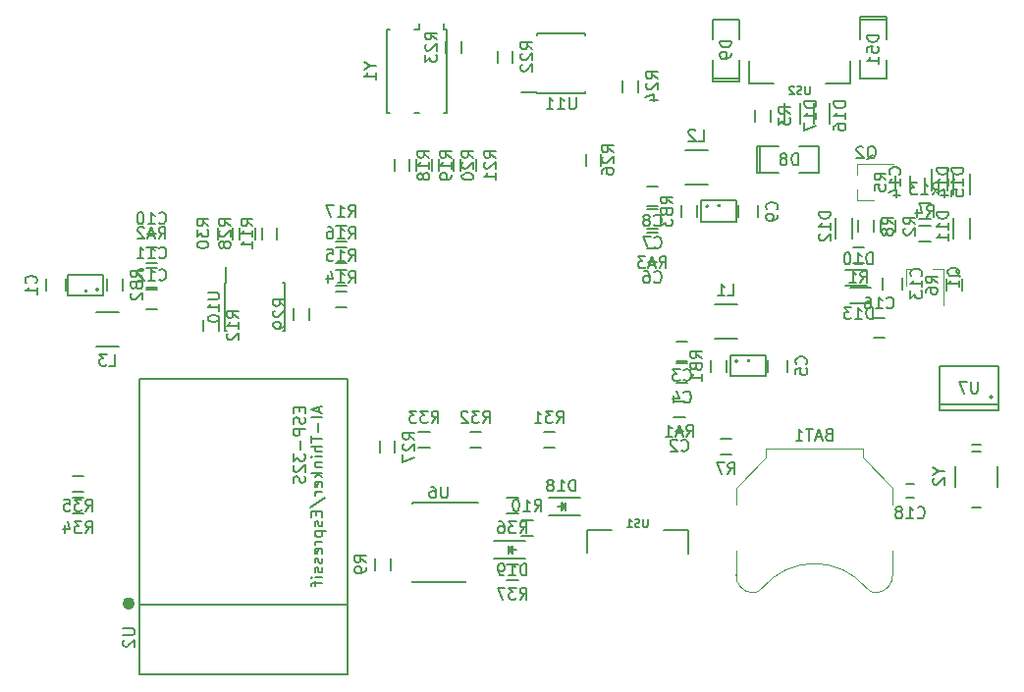
<source format=gbo>
G04 #@! TF.FileFunction,Legend,Bot*
%FSLAX46Y46*%
G04 Gerber Fmt 4.6, Leading zero omitted, Abs format (unit mm)*
G04 Created by KiCad (PCBNEW 4.0.5+dfsg1-4) date Wed May 10 16:42:39 2017*
%MOMM*%
%LPD*%
G01*
G04 APERTURE LIST*
%ADD10C,0.100000*%
%ADD11C,0.120000*%
%ADD12C,0.150000*%
%ADD13C,0.500000*%
%ADD14C,0.037500*%
G04 APERTURE END LIST*
D10*
D11*
X161075385Y-111454160D02*
G75*
G03X161990000Y-111070000I124615J984160D01*
G01*
X171904615Y-111454160D02*
G75*
G02X170990000Y-111070000I-124615J984160D01*
G01*
X161999339Y-111058671D02*
G75*
G02X170990000Y-111070000I4490661J-3711329D01*
G01*
X159740000Y-109920000D02*
G75*
G03X161190000Y-111470000I1500000J-50000D01*
G01*
X173240000Y-109920000D02*
G75*
G02X171790000Y-111470000I-1500000J-50000D01*
G01*
X159740000Y-107870000D02*
X159740000Y-109970000D01*
X173240000Y-107870000D02*
X173240000Y-109970000D01*
X173240000Y-103870000D02*
X173240000Y-102420000D01*
X173240000Y-102420000D02*
X170640000Y-99820000D01*
X170640000Y-99820000D02*
X170640000Y-99020000D01*
X170640000Y-99020000D02*
X162340000Y-99020000D01*
X162340000Y-99020000D02*
X162340000Y-99820000D01*
X162340000Y-99820000D02*
X159740000Y-102420000D01*
X159740000Y-102420000D02*
X159740000Y-103870000D01*
D12*
X170427000Y-62055000D02*
X170427000Y-61801000D01*
X170427000Y-61801000D02*
X172713000Y-61801000D01*
X172713000Y-61801000D02*
X172713000Y-62055000D01*
X170427000Y-62055000D02*
X172713000Y-62055000D01*
X172713000Y-62055000D02*
X172713000Y-63706000D01*
X170427000Y-65484000D02*
X170427000Y-67135000D01*
X170427000Y-67135000D02*
X172713000Y-67135000D01*
X172713000Y-67135000D02*
X172713000Y-65484000D01*
X170427000Y-63706000D02*
X170427000Y-62055000D01*
X157870000Y-89565000D02*
X159870000Y-89565000D01*
X159870000Y-86615000D02*
X157870000Y-86615000D01*
X159886803Y-91500000D02*
G75*
G03X159886803Y-91500000I-111803J0D01*
G01*
X159275000Y-92800000D02*
X162275000Y-92800000D01*
X162275000Y-92800000D02*
X162275000Y-91000000D01*
X162275000Y-91000000D02*
X159275000Y-91000000D01*
X159275000Y-91000000D02*
X159275000Y-92800000D01*
X155330000Y-76230000D02*
X157330000Y-76230000D01*
X157330000Y-73280000D02*
X155330000Y-73280000D01*
X157346803Y-78135000D02*
G75*
G03X157346803Y-78135000I-111803J0D01*
G01*
X156735000Y-79435000D02*
X159735000Y-79435000D01*
X159735000Y-79435000D02*
X159735000Y-77635000D01*
X159735000Y-77635000D02*
X156735000Y-77635000D01*
X156735000Y-77635000D02*
X156735000Y-79435000D01*
X106530000Y-87250000D02*
X104530000Y-87250000D01*
X104530000Y-90200000D02*
X106530000Y-90200000D01*
X104736803Y-85315000D02*
G75*
G03X104736803Y-85315000I-111803J0D01*
G01*
X105125000Y-84015000D02*
X102125000Y-84015000D01*
X102125000Y-84015000D02*
X102125000Y-85815000D01*
X102125000Y-85815000D02*
X105125000Y-85815000D01*
X105125000Y-85815000D02*
X105125000Y-84015000D01*
X100235000Y-85415000D02*
X100235000Y-84415000D01*
X101935000Y-84415000D02*
X101935000Y-85415000D01*
X155560000Y-91480000D02*
X154560000Y-91480000D01*
X154560000Y-89780000D02*
X155560000Y-89780000D01*
X155560000Y-93385000D02*
X154560000Y-93385000D01*
X154560000Y-91685000D02*
X155560000Y-91685000D01*
X164165000Y-91400000D02*
X164165000Y-92400000D01*
X162465000Y-92400000D02*
X162465000Y-91400000D01*
X153020000Y-80050000D02*
X152020000Y-80050000D01*
X152020000Y-78350000D02*
X153020000Y-78350000D01*
X153020000Y-78145000D02*
X152020000Y-78145000D01*
X152020000Y-76445000D02*
X153020000Y-76445000D01*
X161625000Y-78065000D02*
X161625000Y-79065000D01*
X159925000Y-79065000D02*
X159925000Y-78065000D01*
X108840000Y-83430000D02*
X109840000Y-83430000D01*
X109840000Y-85130000D02*
X108840000Y-85130000D01*
X108840000Y-85335000D02*
X109840000Y-85335000D01*
X109840000Y-87035000D02*
X108840000Y-87035000D01*
X161791000Y-75263000D02*
X161537000Y-75263000D01*
X161537000Y-75263000D02*
X161537000Y-72977000D01*
X161537000Y-72977000D02*
X161791000Y-72977000D01*
X161791000Y-75263000D02*
X161791000Y-72977000D01*
X161791000Y-72977000D02*
X163442000Y-72977000D01*
X165220000Y-75263000D02*
X166871000Y-75263000D01*
X166871000Y-75263000D02*
X166871000Y-72977000D01*
X166871000Y-72977000D02*
X165220000Y-72977000D01*
X163442000Y-75263000D02*
X161791000Y-75263000D01*
X160013000Y-67135000D02*
X160013000Y-67389000D01*
X160013000Y-67389000D02*
X157727000Y-67389000D01*
X157727000Y-67389000D02*
X157727000Y-67135000D01*
X160013000Y-67135000D02*
X157727000Y-67135000D01*
X157727000Y-67135000D02*
X157727000Y-65484000D01*
X160013000Y-63706000D02*
X160013000Y-62055000D01*
X160013000Y-62055000D02*
X157727000Y-62055000D01*
X157727000Y-62055000D02*
X157727000Y-63706000D01*
X160013000Y-65484000D02*
X160013000Y-67135000D01*
X181857000Y-94567000D02*
G75*
G03X181857000Y-94567000I-127000J0D01*
G01*
X182365000Y-95202000D02*
X177285000Y-95202000D01*
X182365000Y-91900000D02*
X177285000Y-91900000D01*
X182365000Y-95710000D02*
X177285000Y-95710000D01*
X182365000Y-95710000D02*
X182365000Y-91900000D01*
X177285000Y-95710000D02*
X177285000Y-91900000D01*
X174071000Y-84288000D02*
X174071000Y-85288000D01*
X172371000Y-85288000D02*
X172371000Y-84288000D01*
X169200000Y-83580000D02*
X171000000Y-83580000D01*
X169200000Y-84980000D02*
X171000000Y-84980000D01*
X178490000Y-80935000D02*
X178490000Y-79135000D01*
X179890000Y-80935000D02*
X179890000Y-79135000D01*
X177985000Y-74925000D02*
X177985000Y-76725000D01*
X176585000Y-74925000D02*
X176585000Y-76725000D01*
X168330000Y-80935000D02*
X168330000Y-79135000D01*
X169730000Y-80935000D02*
X169730000Y-79135000D01*
D11*
X174435000Y-83520000D02*
X175365000Y-83520000D01*
X177595000Y-83520000D02*
X176665000Y-83520000D01*
X177595000Y-83520000D02*
X177595000Y-86680000D01*
X174435000Y-83520000D02*
X174435000Y-84980000D01*
X170175000Y-77605000D02*
X170175000Y-76675000D01*
X170175000Y-74445000D02*
X170175000Y-75375000D01*
X170175000Y-74445000D02*
X173335000Y-74445000D01*
X170175000Y-77605000D02*
X171635000Y-77605000D01*
D12*
X154510000Y-97510000D02*
X155210000Y-97510000D01*
X155210000Y-96310000D02*
X154510000Y-96310000D01*
X152170000Y-82975000D02*
X152870000Y-82975000D01*
X152870000Y-81775000D02*
X152170000Y-81775000D01*
X109690000Y-80505000D02*
X108990000Y-80505000D01*
X108990000Y-81705000D02*
X109690000Y-81705000D01*
X174780000Y-75675000D02*
X174780000Y-76375000D01*
X175980000Y-76375000D02*
X175980000Y-75675000D01*
X170800000Y-81700000D02*
X169800000Y-81700000D01*
X169800000Y-83050000D02*
X170800000Y-83050000D01*
X172165000Y-79335000D02*
X172165000Y-80335000D01*
X173515000Y-80335000D02*
X173515000Y-79335000D01*
X175515000Y-81145000D02*
X176515000Y-81145000D01*
X176515000Y-79795000D02*
X175515000Y-79795000D01*
X174785000Y-76525000D02*
X174785000Y-75525000D01*
X173435000Y-75525000D02*
X173435000Y-76525000D01*
X179230000Y-85415000D02*
X179230000Y-84415000D01*
X177880000Y-84415000D02*
X177880000Y-85415000D01*
X159370000Y-98210000D02*
X158370000Y-98210000D01*
X158370000Y-99560000D02*
X159370000Y-99560000D01*
X170260000Y-79335000D02*
X170260000Y-80335000D01*
X171610000Y-80335000D02*
X171610000Y-79335000D01*
X129955000Y-109500000D02*
X129955000Y-108500000D01*
X128605000Y-108500000D02*
X128605000Y-109500000D01*
X141225000Y-106545000D02*
X142225000Y-106545000D01*
X142225000Y-105195000D02*
X141225000Y-105195000D01*
X175515000Y-79240000D02*
X176515000Y-79240000D01*
X176515000Y-77890000D02*
X175515000Y-77890000D01*
X155360000Y-94965000D02*
X154360000Y-94965000D01*
X154360000Y-96315000D02*
X155360000Y-96315000D01*
X108840000Y-83050000D02*
X109840000Y-83050000D01*
X109840000Y-81700000D02*
X108840000Y-81700000D01*
X153020000Y-80430000D02*
X152020000Y-80430000D01*
X152020000Y-81780000D02*
X153020000Y-81780000D01*
X158910000Y-92400000D02*
X158910000Y-91400000D01*
X157560000Y-91400000D02*
X157560000Y-92400000D01*
X105490000Y-84415000D02*
X105490000Y-85415000D01*
X106840000Y-85415000D02*
X106840000Y-84415000D01*
X156370000Y-79065000D02*
X156370000Y-78065000D01*
X155020000Y-78065000D02*
X155020000Y-79065000D01*
X125182000Y-86860000D02*
X126182000Y-86860000D01*
X126182000Y-85510000D02*
X125182000Y-85510000D01*
X125182000Y-84954000D02*
X126182000Y-84954000D01*
X126182000Y-83604000D02*
X125182000Y-83604000D01*
X125182000Y-83050000D02*
X126182000Y-83050000D01*
X126182000Y-81700000D02*
X125182000Y-81700000D01*
X125182000Y-81145000D02*
X126182000Y-81145000D01*
X126182000Y-79795000D02*
X125182000Y-79795000D01*
X130255000Y-74087000D02*
X130255000Y-75087000D01*
X131605000Y-75087000D02*
X131605000Y-74087000D01*
X132160000Y-74087000D02*
X132160000Y-75087000D01*
X133510000Y-75087000D02*
X133510000Y-74087000D01*
X134065000Y-74087000D02*
X134065000Y-75087000D01*
X135415000Y-75087000D02*
X135415000Y-74087000D01*
X135970000Y-74087000D02*
X135970000Y-75087000D01*
X137320000Y-75087000D02*
X137320000Y-74087000D01*
X115655000Y-84745000D02*
X115705000Y-84745000D01*
X115655000Y-88895000D02*
X115800000Y-88895000D01*
X120805000Y-88895000D02*
X120660000Y-88895000D01*
X120805000Y-84745000D02*
X120660000Y-84745000D01*
X115655000Y-84745000D02*
X115655000Y-88895000D01*
X120805000Y-84745000D02*
X120805000Y-88895000D01*
X115705000Y-84745000D02*
X115705000Y-83345000D01*
X174395000Y-103295000D02*
X175095000Y-103295000D01*
X175095000Y-102095000D02*
X174395000Y-102095000D01*
X142605000Y-68375000D02*
X142605000Y-68325000D01*
X146755000Y-68375000D02*
X146755000Y-68230000D01*
X146755000Y-63225000D02*
X146755000Y-63370000D01*
X142605000Y-63225000D02*
X142605000Y-63370000D01*
X142605000Y-68375000D02*
X146755000Y-68375000D01*
X142605000Y-63225000D02*
X146755000Y-63225000D01*
X142605000Y-68325000D02*
X141205000Y-68325000D01*
X171400000Y-86504000D02*
X169600000Y-86504000D01*
X171400000Y-85104000D02*
X169600000Y-85104000D01*
X178490000Y-77125000D02*
X178490000Y-75325000D01*
X179890000Y-77125000D02*
X179890000Y-75325000D01*
D13*
X107638415Y-112384338D02*
G75*
G03X107638415Y-112384338I-283981J0D01*
G01*
D12*
X126260434Y-112530338D02*
X108260434Y-112530338D01*
X108260434Y-118530338D02*
X108260434Y-93030338D01*
X126260434Y-118530338D02*
X126260434Y-93030338D01*
X126260434Y-93030338D02*
X108260434Y-93030338D01*
X126260434Y-118530338D02*
X108260434Y-118530338D01*
X167825000Y-69210000D02*
X167825000Y-71010000D01*
X166425000Y-69210000D02*
X166425000Y-71010000D01*
X165285000Y-69210000D02*
X165285000Y-71010000D01*
X163885000Y-69210000D02*
X163885000Y-71010000D01*
X161370000Y-69810000D02*
X161370000Y-70810000D01*
X162720000Y-70810000D02*
X162720000Y-69810000D01*
X139145000Y-64730000D02*
X139145000Y-65730000D01*
X140495000Y-65730000D02*
X140495000Y-64730000D01*
X136050000Y-64900000D02*
X136050000Y-63900000D01*
X134700000Y-63900000D02*
X134700000Y-64900000D01*
X149940000Y-67270000D02*
X149940000Y-68270000D01*
X151290000Y-68270000D02*
X151290000Y-67270000D01*
X146765000Y-73620000D02*
X146765000Y-74620000D01*
X148115000Y-74620000D02*
X148115000Y-73620000D01*
X131780000Y-103690000D02*
X131780000Y-103790000D01*
X131780000Y-110515000D02*
X131780000Y-110490000D01*
X136430000Y-110515000D02*
X136430000Y-110490000D01*
X137505000Y-103690000D02*
X131780000Y-103690000D01*
X136430000Y-110515000D02*
X131780000Y-110515000D01*
X120175000Y-80970000D02*
X120175000Y-79970000D01*
X118825000Y-79970000D02*
X118825000Y-80970000D01*
X113805000Y-87900000D02*
X113805000Y-88900000D01*
X115155000Y-88900000D02*
X115155000Y-87900000D01*
X128985000Y-98385000D02*
X128985000Y-99385000D01*
X130335000Y-99385000D02*
X130335000Y-98385000D01*
X118270000Y-80970000D02*
X118270000Y-79970000D01*
X116920000Y-79970000D02*
X116920000Y-80970000D01*
X122955000Y-87900000D02*
X122955000Y-86900000D01*
X121605000Y-86900000D02*
X121605000Y-87900000D01*
X116365000Y-80970000D02*
X116365000Y-79970000D01*
X115015000Y-79970000D02*
X115015000Y-80970000D01*
X143130000Y-98925000D02*
X144130000Y-98925000D01*
X144130000Y-97575000D02*
X143130000Y-97575000D01*
X136780000Y-98925000D02*
X137780000Y-98925000D01*
X137780000Y-97575000D02*
X136780000Y-97575000D01*
X132335000Y-98925000D02*
X133335000Y-98925000D01*
X133335000Y-97575000D02*
X132335000Y-97575000D01*
X103490000Y-103290000D02*
X102490000Y-103290000D01*
X102490000Y-104640000D02*
X103490000Y-104640000D01*
X180079000Y-99266000D02*
X180841000Y-99266000D01*
X182260000Y-100525000D02*
X182260000Y-102325000D01*
X180860000Y-104125000D02*
X180060000Y-104125000D01*
X178660000Y-102325000D02*
X178660000Y-100525000D01*
X180060000Y-98725000D02*
X180860000Y-98725000D01*
X134500000Y-62900000D02*
X134500000Y-62350000D01*
X134800000Y-70100000D02*
X134500000Y-70100000D01*
X129600000Y-70100000D02*
X129900000Y-70100000D01*
X129600000Y-62900000D02*
X129900000Y-62900000D01*
X134800000Y-62900000D02*
X134500000Y-62900000D01*
X134800000Y-62900000D02*
X134800000Y-70100000D01*
X132400000Y-62900000D02*
X132400000Y-62350000D01*
X129600000Y-62900000D02*
X129600000Y-70100000D01*
X132400000Y-70100000D02*
X132000000Y-70100000D01*
X132400000Y-62900000D02*
X132000000Y-62900000D01*
X103490000Y-101385000D02*
X102490000Y-101385000D01*
X102490000Y-102735000D02*
X103490000Y-102735000D01*
X146280000Y-104750000D02*
X143580000Y-104750000D01*
X146280000Y-103250000D02*
X143580000Y-103250000D01*
X144780000Y-104150000D02*
X144780000Y-103900000D01*
X144780000Y-103900000D02*
X144930000Y-104050000D01*
X145030000Y-103650000D02*
X145030000Y-104350000D01*
X144680000Y-104000000D02*
X144330000Y-104000000D01*
X145030000Y-104000000D02*
X144680000Y-103650000D01*
X144680000Y-103650000D02*
X144680000Y-104350000D01*
X144680000Y-104350000D02*
X145030000Y-104000000D01*
X138855000Y-107025000D02*
X141555000Y-107025000D01*
X138855000Y-108525000D02*
X141555000Y-108525000D01*
X140355000Y-107625000D02*
X140355000Y-107875000D01*
X140355000Y-107875000D02*
X140205000Y-107725000D01*
X140105000Y-108125000D02*
X140105000Y-107425000D01*
X140455000Y-107775000D02*
X140805000Y-107775000D01*
X140105000Y-107775000D02*
X140455000Y-108125000D01*
X140455000Y-108125000D02*
X140455000Y-107425000D01*
X140455000Y-107425000D02*
X140105000Y-107775000D01*
X140955000Y-103290000D02*
X139955000Y-103290000D01*
X139955000Y-104640000D02*
X140955000Y-104640000D01*
X140955000Y-109005000D02*
X139955000Y-109005000D01*
X139955000Y-110355000D02*
X140955000Y-110355000D01*
X155650000Y-108080000D02*
X155650000Y-106080000D01*
X155650000Y-106080000D02*
X153500000Y-106080000D01*
X149000000Y-106080000D02*
X146850000Y-106080000D01*
X146850000Y-106080000D02*
X146850000Y-108030000D01*
X160820000Y-65560000D02*
X160820000Y-67560000D01*
X160820000Y-67560000D02*
X162970000Y-67560000D01*
X167470000Y-67560000D02*
X169620000Y-67560000D01*
X169620000Y-67560000D02*
X169620000Y-65610000D01*
X171580000Y-87750000D02*
X172580000Y-87750000D01*
X172580000Y-89450000D02*
X171580000Y-89450000D01*
X167704285Y-97798571D02*
X167561428Y-97846190D01*
X167513809Y-97893810D01*
X167466190Y-97989048D01*
X167466190Y-98131905D01*
X167513809Y-98227143D01*
X167561428Y-98274762D01*
X167656666Y-98322381D01*
X168037619Y-98322381D01*
X168037619Y-97322381D01*
X167704285Y-97322381D01*
X167609047Y-97370000D01*
X167561428Y-97417619D01*
X167513809Y-97512857D01*
X167513809Y-97608095D01*
X167561428Y-97703333D01*
X167609047Y-97750952D01*
X167704285Y-97798571D01*
X168037619Y-97798571D01*
X167085238Y-98036667D02*
X166609047Y-98036667D01*
X167180476Y-98322381D02*
X166847143Y-97322381D01*
X166513809Y-98322381D01*
X166323333Y-97322381D02*
X165751904Y-97322381D01*
X166037619Y-98322381D02*
X166037619Y-97322381D01*
X164894761Y-98322381D02*
X165466190Y-98322381D01*
X165180476Y-98322381D02*
X165180476Y-97322381D01*
X165275714Y-97465238D01*
X165370952Y-97560476D01*
X165466190Y-97608095D01*
X172022381Y-63380714D02*
X171022381Y-63380714D01*
X171022381Y-63618809D01*
X171070000Y-63761667D01*
X171165238Y-63856905D01*
X171260476Y-63904524D01*
X171450952Y-63952143D01*
X171593810Y-63952143D01*
X171784286Y-63904524D01*
X171879524Y-63856905D01*
X171974762Y-63761667D01*
X172022381Y-63618809D01*
X172022381Y-63380714D01*
X171022381Y-64856905D02*
X171022381Y-64380714D01*
X171498571Y-64333095D01*
X171450952Y-64380714D01*
X171403333Y-64475952D01*
X171403333Y-64714048D01*
X171450952Y-64809286D01*
X171498571Y-64856905D01*
X171593810Y-64904524D01*
X171831905Y-64904524D01*
X171927143Y-64856905D01*
X171974762Y-64809286D01*
X172022381Y-64714048D01*
X172022381Y-64475952D01*
X171974762Y-64380714D01*
X171927143Y-64333095D01*
X172022381Y-65856905D02*
X172022381Y-65285476D01*
X172022381Y-65571190D02*
X171022381Y-65571190D01*
X171165238Y-65475952D01*
X171260476Y-65380714D01*
X171308095Y-65285476D01*
X159036666Y-85842381D02*
X159512857Y-85842381D01*
X159512857Y-84842381D01*
X158179523Y-85842381D02*
X158750952Y-85842381D01*
X158465238Y-85842381D02*
X158465238Y-84842381D01*
X158560476Y-84985238D01*
X158655714Y-85080476D01*
X158750952Y-85128095D01*
D14*
X160889286Y-91317857D02*
X160889286Y-91439286D01*
X160882143Y-91453571D01*
X160875000Y-91460714D01*
X160860714Y-91467857D01*
X160832143Y-91467857D01*
X160817857Y-91460714D01*
X160810714Y-91453571D01*
X160803571Y-91439286D01*
X160803571Y-91317857D01*
X160746428Y-91317857D02*
X160653571Y-91317857D01*
X160703571Y-91375000D01*
X160682143Y-91375000D01*
X160667857Y-91382143D01*
X160660714Y-91389286D01*
X160653571Y-91403571D01*
X160653571Y-91439286D01*
X160660714Y-91453571D01*
X160667857Y-91460714D01*
X160682143Y-91467857D01*
X160725000Y-91467857D01*
X160739286Y-91460714D01*
X160746428Y-91453571D01*
D12*
X156496666Y-72507381D02*
X156972857Y-72507381D01*
X156972857Y-71507381D01*
X156210952Y-71602619D02*
X156163333Y-71555000D01*
X156068095Y-71507381D01*
X155829999Y-71507381D01*
X155734761Y-71555000D01*
X155687142Y-71602619D01*
X155639523Y-71697857D01*
X155639523Y-71793095D01*
X155687142Y-71935952D01*
X156258571Y-72507381D01*
X155639523Y-72507381D01*
D14*
X158349286Y-77952857D02*
X158349286Y-78074286D01*
X158342143Y-78088571D01*
X158335000Y-78095714D01*
X158320714Y-78102857D01*
X158292143Y-78102857D01*
X158277857Y-78095714D01*
X158270714Y-78088571D01*
X158263571Y-78074286D01*
X158263571Y-77952857D01*
X158127857Y-78002857D02*
X158127857Y-78102857D01*
X158163571Y-77945714D02*
X158199286Y-78052857D01*
X158106428Y-78052857D01*
D12*
X105696666Y-91877381D02*
X106172857Y-91877381D01*
X106172857Y-90877381D01*
X105458571Y-90877381D02*
X104839523Y-90877381D01*
X105172857Y-91258333D01*
X105029999Y-91258333D01*
X104934761Y-91305952D01*
X104887142Y-91353571D01*
X104839523Y-91448810D01*
X104839523Y-91686905D01*
X104887142Y-91782143D01*
X104934761Y-91829762D01*
X105029999Y-91877381D01*
X105315714Y-91877381D01*
X105410952Y-91829762D01*
X105458571Y-91782143D01*
D14*
X103739286Y-85332857D02*
X103739286Y-85454286D01*
X103732143Y-85468571D01*
X103725000Y-85475714D01*
X103710714Y-85482857D01*
X103682143Y-85482857D01*
X103667857Y-85475714D01*
X103660714Y-85468571D01*
X103653571Y-85454286D01*
X103653571Y-85332857D01*
X103510714Y-85332857D02*
X103582143Y-85332857D01*
X103589286Y-85404286D01*
X103582143Y-85397143D01*
X103567857Y-85390000D01*
X103532143Y-85390000D01*
X103517857Y-85397143D01*
X103510714Y-85404286D01*
X103503571Y-85418571D01*
X103503571Y-85454286D01*
X103510714Y-85468571D01*
X103517857Y-85475714D01*
X103532143Y-85482857D01*
X103567857Y-85482857D01*
X103582143Y-85475714D01*
X103589286Y-85468571D01*
D12*
X99342143Y-84748334D02*
X99389762Y-84700715D01*
X99437381Y-84557858D01*
X99437381Y-84462620D01*
X99389762Y-84319762D01*
X99294524Y-84224524D01*
X99199286Y-84176905D01*
X99008810Y-84129286D01*
X98865952Y-84129286D01*
X98675476Y-84176905D01*
X98580238Y-84224524D01*
X98485000Y-84319762D01*
X98437381Y-84462620D01*
X98437381Y-84557858D01*
X98485000Y-84700715D01*
X98532619Y-84748334D01*
X99437381Y-85700715D02*
X99437381Y-85129286D01*
X99437381Y-85415000D02*
X98437381Y-85415000D01*
X98580238Y-85319762D01*
X98675476Y-85224524D01*
X98723095Y-85129286D01*
X155226666Y-93087143D02*
X155274285Y-93134762D01*
X155417142Y-93182381D01*
X155512380Y-93182381D01*
X155655238Y-93134762D01*
X155750476Y-93039524D01*
X155798095Y-92944286D01*
X155845714Y-92753810D01*
X155845714Y-92610952D01*
X155798095Y-92420476D01*
X155750476Y-92325238D01*
X155655238Y-92230000D01*
X155512380Y-92182381D01*
X155417142Y-92182381D01*
X155274285Y-92230000D01*
X155226666Y-92277619D01*
X154893333Y-92182381D02*
X154274285Y-92182381D01*
X154607619Y-92563333D01*
X154464761Y-92563333D01*
X154369523Y-92610952D01*
X154321904Y-92658571D01*
X154274285Y-92753810D01*
X154274285Y-92991905D01*
X154321904Y-93087143D01*
X154369523Y-93134762D01*
X154464761Y-93182381D01*
X154750476Y-93182381D01*
X154845714Y-93134762D01*
X154893333Y-93087143D01*
X155226666Y-94992143D02*
X155274285Y-95039762D01*
X155417142Y-95087381D01*
X155512380Y-95087381D01*
X155655238Y-95039762D01*
X155750476Y-94944524D01*
X155798095Y-94849286D01*
X155845714Y-94658810D01*
X155845714Y-94515952D01*
X155798095Y-94325476D01*
X155750476Y-94230238D01*
X155655238Y-94135000D01*
X155512380Y-94087381D01*
X155417142Y-94087381D01*
X155274285Y-94135000D01*
X155226666Y-94182619D01*
X154369523Y-94420714D02*
X154369523Y-95087381D01*
X154607619Y-94039762D02*
X154845714Y-94754048D01*
X154226666Y-94754048D01*
X165772143Y-91733334D02*
X165819762Y-91685715D01*
X165867381Y-91542858D01*
X165867381Y-91447620D01*
X165819762Y-91304762D01*
X165724524Y-91209524D01*
X165629286Y-91161905D01*
X165438810Y-91114286D01*
X165295952Y-91114286D01*
X165105476Y-91161905D01*
X165010238Y-91209524D01*
X164915000Y-91304762D01*
X164867381Y-91447620D01*
X164867381Y-91542858D01*
X164915000Y-91685715D01*
X164962619Y-91733334D01*
X164867381Y-92638096D02*
X164867381Y-92161905D01*
X165343571Y-92114286D01*
X165295952Y-92161905D01*
X165248333Y-92257143D01*
X165248333Y-92495239D01*
X165295952Y-92590477D01*
X165343571Y-92638096D01*
X165438810Y-92685715D01*
X165676905Y-92685715D01*
X165772143Y-92638096D01*
X165819762Y-92590477D01*
X165867381Y-92495239D01*
X165867381Y-92257143D01*
X165819762Y-92161905D01*
X165772143Y-92114286D01*
X152686666Y-81657143D02*
X152734285Y-81704762D01*
X152877142Y-81752381D01*
X152972380Y-81752381D01*
X153115238Y-81704762D01*
X153210476Y-81609524D01*
X153258095Y-81514286D01*
X153305714Y-81323810D01*
X153305714Y-81180952D01*
X153258095Y-80990476D01*
X153210476Y-80895238D01*
X153115238Y-80800000D01*
X152972380Y-80752381D01*
X152877142Y-80752381D01*
X152734285Y-80800000D01*
X152686666Y-80847619D01*
X152353333Y-80752381D02*
X151686666Y-80752381D01*
X152115238Y-81752381D01*
X152686666Y-79752143D02*
X152734285Y-79799762D01*
X152877142Y-79847381D01*
X152972380Y-79847381D01*
X153115238Y-79799762D01*
X153210476Y-79704524D01*
X153258095Y-79609286D01*
X153305714Y-79418810D01*
X153305714Y-79275952D01*
X153258095Y-79085476D01*
X153210476Y-78990238D01*
X153115238Y-78895000D01*
X152972380Y-78847381D01*
X152877142Y-78847381D01*
X152734285Y-78895000D01*
X152686666Y-78942619D01*
X152115238Y-79275952D02*
X152210476Y-79228333D01*
X152258095Y-79180714D01*
X152305714Y-79085476D01*
X152305714Y-79037857D01*
X152258095Y-78942619D01*
X152210476Y-78895000D01*
X152115238Y-78847381D01*
X151924761Y-78847381D01*
X151829523Y-78895000D01*
X151781904Y-78942619D01*
X151734285Y-79037857D01*
X151734285Y-79085476D01*
X151781904Y-79180714D01*
X151829523Y-79228333D01*
X151924761Y-79275952D01*
X152115238Y-79275952D01*
X152210476Y-79323571D01*
X152258095Y-79371190D01*
X152305714Y-79466429D01*
X152305714Y-79656905D01*
X152258095Y-79752143D01*
X152210476Y-79799762D01*
X152115238Y-79847381D01*
X151924761Y-79847381D01*
X151829523Y-79799762D01*
X151781904Y-79752143D01*
X151734285Y-79656905D01*
X151734285Y-79466429D01*
X151781904Y-79371190D01*
X151829523Y-79323571D01*
X151924761Y-79275952D01*
X163232143Y-78398334D02*
X163279762Y-78350715D01*
X163327381Y-78207858D01*
X163327381Y-78112620D01*
X163279762Y-77969762D01*
X163184524Y-77874524D01*
X163089286Y-77826905D01*
X162898810Y-77779286D01*
X162755952Y-77779286D01*
X162565476Y-77826905D01*
X162470238Y-77874524D01*
X162375000Y-77969762D01*
X162327381Y-78112620D01*
X162327381Y-78207858D01*
X162375000Y-78350715D01*
X162422619Y-78398334D01*
X163327381Y-78874524D02*
X163327381Y-79065000D01*
X163279762Y-79160239D01*
X163232143Y-79207858D01*
X163089286Y-79303096D01*
X162898810Y-79350715D01*
X162517857Y-79350715D01*
X162422619Y-79303096D01*
X162375000Y-79255477D01*
X162327381Y-79160239D01*
X162327381Y-78969762D01*
X162375000Y-78874524D01*
X162422619Y-78826905D01*
X162517857Y-78779286D01*
X162755952Y-78779286D01*
X162851190Y-78826905D01*
X162898810Y-78874524D01*
X162946429Y-78969762D01*
X162946429Y-79160239D01*
X162898810Y-79255477D01*
X162851190Y-79303096D01*
X162755952Y-79350715D01*
X109982857Y-82537143D02*
X110030476Y-82584762D01*
X110173333Y-82632381D01*
X110268571Y-82632381D01*
X110411429Y-82584762D01*
X110506667Y-82489524D01*
X110554286Y-82394286D01*
X110601905Y-82203810D01*
X110601905Y-82060952D01*
X110554286Y-81870476D01*
X110506667Y-81775238D01*
X110411429Y-81680000D01*
X110268571Y-81632381D01*
X110173333Y-81632381D01*
X110030476Y-81680000D01*
X109982857Y-81727619D01*
X109030476Y-82632381D02*
X109601905Y-82632381D01*
X109316191Y-82632381D02*
X109316191Y-81632381D01*
X109411429Y-81775238D01*
X109506667Y-81870476D01*
X109601905Y-81918095D01*
X108078095Y-82632381D02*
X108649524Y-82632381D01*
X108363810Y-82632381D02*
X108363810Y-81632381D01*
X108459048Y-81775238D01*
X108554286Y-81870476D01*
X108649524Y-81918095D01*
X109982857Y-84442143D02*
X110030476Y-84489762D01*
X110173333Y-84537381D01*
X110268571Y-84537381D01*
X110411429Y-84489762D01*
X110506667Y-84394524D01*
X110554286Y-84299286D01*
X110601905Y-84108810D01*
X110601905Y-83965952D01*
X110554286Y-83775476D01*
X110506667Y-83680238D01*
X110411429Y-83585000D01*
X110268571Y-83537381D01*
X110173333Y-83537381D01*
X110030476Y-83585000D01*
X109982857Y-83632619D01*
X109030476Y-84537381D02*
X109601905Y-84537381D01*
X109316191Y-84537381D02*
X109316191Y-83537381D01*
X109411429Y-83680238D01*
X109506667Y-83775476D01*
X109601905Y-83823095D01*
X108649524Y-83632619D02*
X108601905Y-83585000D01*
X108506667Y-83537381D01*
X108268571Y-83537381D01*
X108173333Y-83585000D01*
X108125714Y-83632619D01*
X108078095Y-83727857D01*
X108078095Y-83823095D01*
X108125714Y-83965952D01*
X108697143Y-84537381D01*
X108078095Y-84537381D01*
X165069095Y-74572381D02*
X165069095Y-73572381D01*
X164831000Y-73572381D01*
X164688142Y-73620000D01*
X164592904Y-73715238D01*
X164545285Y-73810476D01*
X164497666Y-74000952D01*
X164497666Y-74143810D01*
X164545285Y-74334286D01*
X164592904Y-74429524D01*
X164688142Y-74524762D01*
X164831000Y-74572381D01*
X165069095Y-74572381D01*
X163926238Y-74000952D02*
X164021476Y-73953333D01*
X164069095Y-73905714D01*
X164116714Y-73810476D01*
X164116714Y-73762857D01*
X164069095Y-73667619D01*
X164021476Y-73620000D01*
X163926238Y-73572381D01*
X163735761Y-73572381D01*
X163640523Y-73620000D01*
X163592904Y-73667619D01*
X163545285Y-73762857D01*
X163545285Y-73810476D01*
X163592904Y-73905714D01*
X163640523Y-73953333D01*
X163735761Y-74000952D01*
X163926238Y-74000952D01*
X164021476Y-74048571D01*
X164069095Y-74096190D01*
X164116714Y-74191429D01*
X164116714Y-74381905D01*
X164069095Y-74477143D01*
X164021476Y-74524762D01*
X163926238Y-74572381D01*
X163735761Y-74572381D01*
X163640523Y-74524762D01*
X163592904Y-74477143D01*
X163545285Y-74381905D01*
X163545285Y-74191429D01*
X163592904Y-74096190D01*
X163640523Y-74048571D01*
X163735761Y-74000952D01*
X159322381Y-63856905D02*
X158322381Y-63856905D01*
X158322381Y-64095000D01*
X158370000Y-64237858D01*
X158465238Y-64333096D01*
X158560476Y-64380715D01*
X158750952Y-64428334D01*
X158893810Y-64428334D01*
X159084286Y-64380715D01*
X159179524Y-64333096D01*
X159274762Y-64237858D01*
X159322381Y-64095000D01*
X159322381Y-63856905D01*
X159322381Y-64904524D02*
X159322381Y-65095000D01*
X159274762Y-65190239D01*
X159227143Y-65237858D01*
X159084286Y-65333096D01*
X158893810Y-65380715D01*
X158512857Y-65380715D01*
X158417619Y-65333096D01*
X158370000Y-65285477D01*
X158322381Y-65190239D01*
X158322381Y-64999762D01*
X158370000Y-64904524D01*
X158417619Y-64856905D01*
X158512857Y-64809286D01*
X158750952Y-64809286D01*
X158846190Y-64856905D01*
X158893810Y-64904524D01*
X158941429Y-64999762D01*
X158941429Y-65190239D01*
X158893810Y-65285477D01*
X158846190Y-65333096D01*
X158750952Y-65380715D01*
X180586905Y-93257381D02*
X180586905Y-94066905D01*
X180539286Y-94162143D01*
X180491667Y-94209762D01*
X180396429Y-94257381D01*
X180205952Y-94257381D01*
X180110714Y-94209762D01*
X180063095Y-94162143D01*
X180015476Y-94066905D01*
X180015476Y-93257381D01*
X179634524Y-93257381D02*
X178967857Y-93257381D01*
X179396429Y-94257381D01*
X175678143Y-84145143D02*
X175725762Y-84097524D01*
X175773381Y-83954667D01*
X175773381Y-83859429D01*
X175725762Y-83716571D01*
X175630524Y-83621333D01*
X175535286Y-83573714D01*
X175344810Y-83526095D01*
X175201952Y-83526095D01*
X175011476Y-83573714D01*
X174916238Y-83621333D01*
X174821000Y-83716571D01*
X174773381Y-83859429D01*
X174773381Y-83954667D01*
X174821000Y-84097524D01*
X174868619Y-84145143D01*
X175773381Y-85097524D02*
X175773381Y-84526095D01*
X175773381Y-84811809D02*
X174773381Y-84811809D01*
X174916238Y-84716571D01*
X175011476Y-84621333D01*
X175059095Y-84526095D01*
X174773381Y-85430857D02*
X174773381Y-86049905D01*
X175154333Y-85716571D01*
X175154333Y-85859429D01*
X175201952Y-85954667D01*
X175249571Y-86002286D01*
X175344810Y-86049905D01*
X175582905Y-86049905D01*
X175678143Y-86002286D01*
X175725762Y-85954667D01*
X175773381Y-85859429D01*
X175773381Y-85573714D01*
X175725762Y-85478476D01*
X175678143Y-85430857D01*
X171514286Y-83132381D02*
X171514286Y-82132381D01*
X171276191Y-82132381D01*
X171133333Y-82180000D01*
X171038095Y-82275238D01*
X170990476Y-82370476D01*
X170942857Y-82560952D01*
X170942857Y-82703810D01*
X170990476Y-82894286D01*
X171038095Y-82989524D01*
X171133333Y-83084762D01*
X171276191Y-83132381D01*
X171514286Y-83132381D01*
X169990476Y-83132381D02*
X170561905Y-83132381D01*
X170276191Y-83132381D02*
X170276191Y-82132381D01*
X170371429Y-82275238D01*
X170466667Y-82370476D01*
X170561905Y-82418095D01*
X169371429Y-82132381D02*
X169276190Y-82132381D01*
X169180952Y-82180000D01*
X169133333Y-82227619D01*
X169085714Y-82322857D01*
X169038095Y-82513333D01*
X169038095Y-82751429D01*
X169085714Y-82941905D01*
X169133333Y-83037143D01*
X169180952Y-83084762D01*
X169276190Y-83132381D01*
X169371429Y-83132381D01*
X169466667Y-83084762D01*
X169514286Y-83037143D01*
X169561905Y-82941905D01*
X169609524Y-82751429D01*
X169609524Y-82513333D01*
X169561905Y-82322857D01*
X169514286Y-82227619D01*
X169466667Y-82180000D01*
X169371429Y-82132381D01*
X178042381Y-78620714D02*
X177042381Y-78620714D01*
X177042381Y-78858809D01*
X177090000Y-79001667D01*
X177185238Y-79096905D01*
X177280476Y-79144524D01*
X177470952Y-79192143D01*
X177613810Y-79192143D01*
X177804286Y-79144524D01*
X177899524Y-79096905D01*
X177994762Y-79001667D01*
X178042381Y-78858809D01*
X178042381Y-78620714D01*
X178042381Y-80144524D02*
X178042381Y-79573095D01*
X178042381Y-79858809D02*
X177042381Y-79858809D01*
X177185238Y-79763571D01*
X177280476Y-79668333D01*
X177328095Y-79573095D01*
X178042381Y-81096905D02*
X178042381Y-80525476D01*
X178042381Y-80811190D02*
X177042381Y-80811190D01*
X177185238Y-80715952D01*
X177280476Y-80620714D01*
X177328095Y-80525476D01*
X179337381Y-74810714D02*
X178337381Y-74810714D01*
X178337381Y-75048809D01*
X178385000Y-75191667D01*
X178480238Y-75286905D01*
X178575476Y-75334524D01*
X178765952Y-75382143D01*
X178908810Y-75382143D01*
X179099286Y-75334524D01*
X179194524Y-75286905D01*
X179289762Y-75191667D01*
X179337381Y-75048809D01*
X179337381Y-74810714D01*
X179337381Y-76334524D02*
X179337381Y-75763095D01*
X179337381Y-76048809D02*
X178337381Y-76048809D01*
X178480238Y-75953571D01*
X178575476Y-75858333D01*
X178623095Y-75763095D01*
X178337381Y-77239286D02*
X178337381Y-76763095D01*
X178813571Y-76715476D01*
X178765952Y-76763095D01*
X178718333Y-76858333D01*
X178718333Y-77096429D01*
X178765952Y-77191667D01*
X178813571Y-77239286D01*
X178908810Y-77286905D01*
X179146905Y-77286905D01*
X179242143Y-77239286D01*
X179289762Y-77191667D01*
X179337381Y-77096429D01*
X179337381Y-76858333D01*
X179289762Y-76763095D01*
X179242143Y-76715476D01*
X167882381Y-78620714D02*
X166882381Y-78620714D01*
X166882381Y-78858809D01*
X166930000Y-79001667D01*
X167025238Y-79096905D01*
X167120476Y-79144524D01*
X167310952Y-79192143D01*
X167453810Y-79192143D01*
X167644286Y-79144524D01*
X167739524Y-79096905D01*
X167834762Y-79001667D01*
X167882381Y-78858809D01*
X167882381Y-78620714D01*
X167882381Y-80144524D02*
X167882381Y-79573095D01*
X167882381Y-79858809D02*
X166882381Y-79858809D01*
X167025238Y-79763571D01*
X167120476Y-79668333D01*
X167168095Y-79573095D01*
X166977619Y-80525476D02*
X166930000Y-80573095D01*
X166882381Y-80668333D01*
X166882381Y-80906429D01*
X166930000Y-81001667D01*
X166977619Y-81049286D01*
X167072857Y-81096905D01*
X167168095Y-81096905D01*
X167310952Y-81049286D01*
X167882381Y-80477857D01*
X167882381Y-81096905D01*
X179062619Y-84184762D02*
X179015000Y-84089524D01*
X178919762Y-83994286D01*
X178776905Y-83851429D01*
X178729286Y-83756190D01*
X178729286Y-83660952D01*
X178967381Y-83708571D02*
X178919762Y-83613333D01*
X178824524Y-83518095D01*
X178634048Y-83470476D01*
X178300714Y-83470476D01*
X178110238Y-83518095D01*
X178015000Y-83613333D01*
X177967381Y-83708571D01*
X177967381Y-83899048D01*
X178015000Y-83994286D01*
X178110238Y-84089524D01*
X178300714Y-84137143D01*
X178634048Y-84137143D01*
X178824524Y-84089524D01*
X178919762Y-83994286D01*
X178967381Y-83899048D01*
X178967381Y-83708571D01*
X178967381Y-85089524D02*
X178967381Y-84518095D01*
X178967381Y-84803809D02*
X177967381Y-84803809D01*
X178110238Y-84708571D01*
X178205476Y-84613333D01*
X178253095Y-84518095D01*
X171030238Y-74072619D02*
X171125476Y-74025000D01*
X171220714Y-73929762D01*
X171363571Y-73786905D01*
X171458810Y-73739286D01*
X171554048Y-73739286D01*
X171506429Y-73977381D02*
X171601667Y-73929762D01*
X171696905Y-73834524D01*
X171744524Y-73644048D01*
X171744524Y-73310714D01*
X171696905Y-73120238D01*
X171601667Y-73025000D01*
X171506429Y-72977381D01*
X171315952Y-72977381D01*
X171220714Y-73025000D01*
X171125476Y-73120238D01*
X171077857Y-73310714D01*
X171077857Y-73644048D01*
X171125476Y-73834524D01*
X171220714Y-73929762D01*
X171315952Y-73977381D01*
X171506429Y-73977381D01*
X170696905Y-73072619D02*
X170649286Y-73025000D01*
X170554048Y-72977381D01*
X170315952Y-72977381D01*
X170220714Y-73025000D01*
X170173095Y-73072619D01*
X170125476Y-73167857D01*
X170125476Y-73263095D01*
X170173095Y-73405952D01*
X170744524Y-73977381D01*
X170125476Y-73977381D01*
X155026666Y-99167143D02*
X155074285Y-99214762D01*
X155217142Y-99262381D01*
X155312380Y-99262381D01*
X155455238Y-99214762D01*
X155550476Y-99119524D01*
X155598095Y-99024286D01*
X155645714Y-98833810D01*
X155645714Y-98690952D01*
X155598095Y-98500476D01*
X155550476Y-98405238D01*
X155455238Y-98310000D01*
X155312380Y-98262381D01*
X155217142Y-98262381D01*
X155074285Y-98310000D01*
X155026666Y-98357619D01*
X154645714Y-98357619D02*
X154598095Y-98310000D01*
X154502857Y-98262381D01*
X154264761Y-98262381D01*
X154169523Y-98310000D01*
X154121904Y-98357619D01*
X154074285Y-98452857D01*
X154074285Y-98548095D01*
X154121904Y-98690952D01*
X154693333Y-99262381D01*
X154074285Y-99262381D01*
X152686666Y-84632143D02*
X152734285Y-84679762D01*
X152877142Y-84727381D01*
X152972380Y-84727381D01*
X153115238Y-84679762D01*
X153210476Y-84584524D01*
X153258095Y-84489286D01*
X153305714Y-84298810D01*
X153305714Y-84155952D01*
X153258095Y-83965476D01*
X153210476Y-83870238D01*
X153115238Y-83775000D01*
X152972380Y-83727381D01*
X152877142Y-83727381D01*
X152734285Y-83775000D01*
X152686666Y-83822619D01*
X151829523Y-83727381D02*
X152020000Y-83727381D01*
X152115238Y-83775000D01*
X152162857Y-83822619D01*
X152258095Y-83965476D01*
X152305714Y-84155952D01*
X152305714Y-84536905D01*
X152258095Y-84632143D01*
X152210476Y-84679762D01*
X152115238Y-84727381D01*
X151924761Y-84727381D01*
X151829523Y-84679762D01*
X151781904Y-84632143D01*
X151734285Y-84536905D01*
X151734285Y-84298810D01*
X151781904Y-84203571D01*
X151829523Y-84155952D01*
X151924761Y-84108333D01*
X152115238Y-84108333D01*
X152210476Y-84155952D01*
X152258095Y-84203571D01*
X152305714Y-84298810D01*
X109982857Y-79562143D02*
X110030476Y-79609762D01*
X110173333Y-79657381D01*
X110268571Y-79657381D01*
X110411429Y-79609762D01*
X110506667Y-79514524D01*
X110554286Y-79419286D01*
X110601905Y-79228810D01*
X110601905Y-79085952D01*
X110554286Y-78895476D01*
X110506667Y-78800238D01*
X110411429Y-78705000D01*
X110268571Y-78657381D01*
X110173333Y-78657381D01*
X110030476Y-78705000D01*
X109982857Y-78752619D01*
X109030476Y-79657381D02*
X109601905Y-79657381D01*
X109316191Y-79657381D02*
X109316191Y-78657381D01*
X109411429Y-78800238D01*
X109506667Y-78895476D01*
X109601905Y-78943095D01*
X108411429Y-78657381D02*
X108316190Y-78657381D01*
X108220952Y-78705000D01*
X108173333Y-78752619D01*
X108125714Y-78847857D01*
X108078095Y-79038333D01*
X108078095Y-79276429D01*
X108125714Y-79466905D01*
X108173333Y-79562143D01*
X108220952Y-79609762D01*
X108316190Y-79657381D01*
X108411429Y-79657381D01*
X108506667Y-79609762D01*
X108554286Y-79562143D01*
X108601905Y-79466905D01*
X108649524Y-79276429D01*
X108649524Y-79038333D01*
X108601905Y-78847857D01*
X108554286Y-78752619D01*
X108506667Y-78705000D01*
X108411429Y-78657381D01*
X173837143Y-75382143D02*
X173884762Y-75334524D01*
X173932381Y-75191667D01*
X173932381Y-75096429D01*
X173884762Y-74953571D01*
X173789524Y-74858333D01*
X173694286Y-74810714D01*
X173503810Y-74763095D01*
X173360952Y-74763095D01*
X173170476Y-74810714D01*
X173075238Y-74858333D01*
X172980000Y-74953571D01*
X172932381Y-75096429D01*
X172932381Y-75191667D01*
X172980000Y-75334524D01*
X173027619Y-75382143D01*
X173932381Y-76334524D02*
X173932381Y-75763095D01*
X173932381Y-76048809D02*
X172932381Y-76048809D01*
X173075238Y-75953571D01*
X173170476Y-75858333D01*
X173218095Y-75763095D01*
X173265714Y-77191667D02*
X173932381Y-77191667D01*
X172884762Y-76953571D02*
X173599048Y-76715476D01*
X173599048Y-77334524D01*
X170466666Y-84727381D02*
X170800000Y-84251190D01*
X171038095Y-84727381D02*
X171038095Y-83727381D01*
X170657142Y-83727381D01*
X170561904Y-83775000D01*
X170514285Y-83822619D01*
X170466666Y-83917857D01*
X170466666Y-84060714D01*
X170514285Y-84155952D01*
X170561904Y-84203571D01*
X170657142Y-84251190D01*
X171038095Y-84251190D01*
X169514285Y-84727381D02*
X170085714Y-84727381D01*
X169800000Y-84727381D02*
X169800000Y-83727381D01*
X169895238Y-83870238D01*
X169990476Y-83965476D01*
X170085714Y-84013095D01*
X175192381Y-79668334D02*
X174716190Y-79335000D01*
X175192381Y-79096905D02*
X174192381Y-79096905D01*
X174192381Y-79477858D01*
X174240000Y-79573096D01*
X174287619Y-79620715D01*
X174382857Y-79668334D01*
X174525714Y-79668334D01*
X174620952Y-79620715D01*
X174668571Y-79573096D01*
X174716190Y-79477858D01*
X174716190Y-79096905D01*
X174287619Y-80049286D02*
X174240000Y-80096905D01*
X174192381Y-80192143D01*
X174192381Y-80430239D01*
X174240000Y-80525477D01*
X174287619Y-80573096D01*
X174382857Y-80620715D01*
X174478095Y-80620715D01*
X174620952Y-80573096D01*
X175192381Y-80001667D01*
X175192381Y-80620715D01*
X176181666Y-79022381D02*
X176515000Y-78546190D01*
X176753095Y-79022381D02*
X176753095Y-78022381D01*
X176372142Y-78022381D01*
X176276904Y-78070000D01*
X176229285Y-78117619D01*
X176181666Y-78212857D01*
X176181666Y-78355714D01*
X176229285Y-78450952D01*
X176276904Y-78498571D01*
X176372142Y-78546190D01*
X176753095Y-78546190D01*
X175324523Y-78355714D02*
X175324523Y-79022381D01*
X175562619Y-77974762D02*
X175800714Y-78689048D01*
X175181666Y-78689048D01*
X172662381Y-75858334D02*
X172186190Y-75525000D01*
X172662381Y-75286905D02*
X171662381Y-75286905D01*
X171662381Y-75667858D01*
X171710000Y-75763096D01*
X171757619Y-75810715D01*
X171852857Y-75858334D01*
X171995714Y-75858334D01*
X172090952Y-75810715D01*
X172138571Y-75763096D01*
X172186190Y-75667858D01*
X172186190Y-75286905D01*
X171662381Y-76763096D02*
X171662381Y-76286905D01*
X172138571Y-76239286D01*
X172090952Y-76286905D01*
X172043333Y-76382143D01*
X172043333Y-76620239D01*
X172090952Y-76715477D01*
X172138571Y-76763096D01*
X172233810Y-76810715D01*
X172471905Y-76810715D01*
X172567143Y-76763096D01*
X172614762Y-76715477D01*
X172662381Y-76620239D01*
X172662381Y-76382143D01*
X172614762Y-76286905D01*
X172567143Y-76239286D01*
X177107381Y-84748334D02*
X176631190Y-84415000D01*
X177107381Y-84176905D02*
X176107381Y-84176905D01*
X176107381Y-84557858D01*
X176155000Y-84653096D01*
X176202619Y-84700715D01*
X176297857Y-84748334D01*
X176440714Y-84748334D01*
X176535952Y-84700715D01*
X176583571Y-84653096D01*
X176631190Y-84557858D01*
X176631190Y-84176905D01*
X176107381Y-85605477D02*
X176107381Y-85415000D01*
X176155000Y-85319762D01*
X176202619Y-85272143D01*
X176345476Y-85176905D01*
X176535952Y-85129286D01*
X176916905Y-85129286D01*
X177012143Y-85176905D01*
X177059762Y-85224524D01*
X177107381Y-85319762D01*
X177107381Y-85510239D01*
X177059762Y-85605477D01*
X177012143Y-85653096D01*
X176916905Y-85700715D01*
X176678810Y-85700715D01*
X176583571Y-85653096D01*
X176535952Y-85605477D01*
X176488333Y-85510239D01*
X176488333Y-85319762D01*
X176535952Y-85224524D01*
X176583571Y-85176905D01*
X176678810Y-85129286D01*
X159036666Y-101237381D02*
X159370000Y-100761190D01*
X159608095Y-101237381D02*
X159608095Y-100237381D01*
X159227142Y-100237381D01*
X159131904Y-100285000D01*
X159084285Y-100332619D01*
X159036666Y-100427857D01*
X159036666Y-100570714D01*
X159084285Y-100665952D01*
X159131904Y-100713571D01*
X159227142Y-100761190D01*
X159608095Y-100761190D01*
X158703333Y-100237381D02*
X158036666Y-100237381D01*
X158465238Y-101237381D01*
X173287381Y-79668334D02*
X172811190Y-79335000D01*
X173287381Y-79096905D02*
X172287381Y-79096905D01*
X172287381Y-79477858D01*
X172335000Y-79573096D01*
X172382619Y-79620715D01*
X172477857Y-79668334D01*
X172620714Y-79668334D01*
X172715952Y-79620715D01*
X172763571Y-79573096D01*
X172811190Y-79477858D01*
X172811190Y-79096905D01*
X172715952Y-80239762D02*
X172668333Y-80144524D01*
X172620714Y-80096905D01*
X172525476Y-80049286D01*
X172477857Y-80049286D01*
X172382619Y-80096905D01*
X172335000Y-80144524D01*
X172287381Y-80239762D01*
X172287381Y-80430239D01*
X172335000Y-80525477D01*
X172382619Y-80573096D01*
X172477857Y-80620715D01*
X172525476Y-80620715D01*
X172620714Y-80573096D01*
X172668333Y-80525477D01*
X172715952Y-80430239D01*
X172715952Y-80239762D01*
X172763571Y-80144524D01*
X172811190Y-80096905D01*
X172906429Y-80049286D01*
X173096905Y-80049286D01*
X173192143Y-80096905D01*
X173239762Y-80144524D01*
X173287381Y-80239762D01*
X173287381Y-80430239D01*
X173239762Y-80525477D01*
X173192143Y-80573096D01*
X173096905Y-80620715D01*
X172906429Y-80620715D01*
X172811190Y-80573096D01*
X172763571Y-80525477D01*
X172715952Y-80430239D01*
X127832381Y-108833334D02*
X127356190Y-108500000D01*
X127832381Y-108261905D02*
X126832381Y-108261905D01*
X126832381Y-108642858D01*
X126880000Y-108738096D01*
X126927619Y-108785715D01*
X127022857Y-108833334D01*
X127165714Y-108833334D01*
X127260952Y-108785715D01*
X127308571Y-108738096D01*
X127356190Y-108642858D01*
X127356190Y-108261905D01*
X127832381Y-109309524D02*
X127832381Y-109500000D01*
X127784762Y-109595239D01*
X127737143Y-109642858D01*
X127594286Y-109738096D01*
X127403810Y-109785715D01*
X127022857Y-109785715D01*
X126927619Y-109738096D01*
X126880000Y-109690477D01*
X126832381Y-109595239D01*
X126832381Y-109404762D01*
X126880000Y-109309524D01*
X126927619Y-109261905D01*
X127022857Y-109214286D01*
X127260952Y-109214286D01*
X127356190Y-109261905D01*
X127403810Y-109309524D01*
X127451429Y-109404762D01*
X127451429Y-109595239D01*
X127403810Y-109690477D01*
X127356190Y-109738096D01*
X127260952Y-109785715D01*
X142367857Y-104422381D02*
X142701191Y-103946190D01*
X142939286Y-104422381D02*
X142939286Y-103422381D01*
X142558333Y-103422381D01*
X142463095Y-103470000D01*
X142415476Y-103517619D01*
X142367857Y-103612857D01*
X142367857Y-103755714D01*
X142415476Y-103850952D01*
X142463095Y-103898571D01*
X142558333Y-103946190D01*
X142939286Y-103946190D01*
X141415476Y-104422381D02*
X141986905Y-104422381D01*
X141701191Y-104422381D02*
X141701191Y-103422381D01*
X141796429Y-103565238D01*
X141891667Y-103660476D01*
X141986905Y-103708095D01*
X140796429Y-103422381D02*
X140701190Y-103422381D01*
X140605952Y-103470000D01*
X140558333Y-103517619D01*
X140510714Y-103612857D01*
X140463095Y-103803333D01*
X140463095Y-104041429D01*
X140510714Y-104231905D01*
X140558333Y-104327143D01*
X140605952Y-104374762D01*
X140701190Y-104422381D01*
X140796429Y-104422381D01*
X140891667Y-104374762D01*
X140939286Y-104327143D01*
X140986905Y-104231905D01*
X141034524Y-104041429D01*
X141034524Y-103803333D01*
X140986905Y-103612857D01*
X140939286Y-103517619D01*
X140891667Y-103470000D01*
X140796429Y-103422381D01*
X176657857Y-77117381D02*
X176991191Y-76641190D01*
X177229286Y-77117381D02*
X177229286Y-76117381D01*
X176848333Y-76117381D01*
X176753095Y-76165000D01*
X176705476Y-76212619D01*
X176657857Y-76307857D01*
X176657857Y-76450714D01*
X176705476Y-76545952D01*
X176753095Y-76593571D01*
X176848333Y-76641190D01*
X177229286Y-76641190D01*
X175705476Y-77117381D02*
X176276905Y-77117381D01*
X175991191Y-77117381D02*
X175991191Y-76117381D01*
X176086429Y-76260238D01*
X176181667Y-76355476D01*
X176276905Y-76403095D01*
X175372143Y-76117381D02*
X174753095Y-76117381D01*
X175086429Y-76498333D01*
X174943571Y-76498333D01*
X174848333Y-76545952D01*
X174800714Y-76593571D01*
X174753095Y-76688810D01*
X174753095Y-76926905D01*
X174800714Y-77022143D01*
X174848333Y-77069762D01*
X174943571Y-77117381D01*
X175229286Y-77117381D01*
X175324524Y-77069762D01*
X175372143Y-77022143D01*
X155455238Y-97992381D02*
X155788572Y-97516190D01*
X156026667Y-97992381D02*
X156026667Y-96992381D01*
X155645714Y-96992381D01*
X155550476Y-97040000D01*
X155502857Y-97087619D01*
X155455238Y-97182857D01*
X155455238Y-97325714D01*
X155502857Y-97420952D01*
X155550476Y-97468571D01*
X155645714Y-97516190D01*
X156026667Y-97516190D01*
X155074286Y-97706667D02*
X154598095Y-97706667D01*
X155169524Y-97992381D02*
X154836191Y-96992381D01*
X154502857Y-97992381D01*
X153645714Y-97992381D02*
X154217143Y-97992381D01*
X153931429Y-97992381D02*
X153931429Y-96992381D01*
X154026667Y-97135238D01*
X154121905Y-97230476D01*
X154217143Y-97278095D01*
X109935238Y-80927381D02*
X110268572Y-80451190D01*
X110506667Y-80927381D02*
X110506667Y-79927381D01*
X110125714Y-79927381D01*
X110030476Y-79975000D01*
X109982857Y-80022619D01*
X109935238Y-80117857D01*
X109935238Y-80260714D01*
X109982857Y-80355952D01*
X110030476Y-80403571D01*
X110125714Y-80451190D01*
X110506667Y-80451190D01*
X109554286Y-80641667D02*
X109078095Y-80641667D01*
X109649524Y-80927381D02*
X109316191Y-79927381D01*
X108982857Y-80927381D01*
X108697143Y-80022619D02*
X108649524Y-79975000D01*
X108554286Y-79927381D01*
X108316190Y-79927381D01*
X108220952Y-79975000D01*
X108173333Y-80022619D01*
X108125714Y-80117857D01*
X108125714Y-80213095D01*
X108173333Y-80355952D01*
X108744762Y-80927381D01*
X108125714Y-80927381D01*
X153115238Y-83457381D02*
X153448572Y-82981190D01*
X153686667Y-83457381D02*
X153686667Y-82457381D01*
X153305714Y-82457381D01*
X153210476Y-82505000D01*
X153162857Y-82552619D01*
X153115238Y-82647857D01*
X153115238Y-82790714D01*
X153162857Y-82885952D01*
X153210476Y-82933571D01*
X153305714Y-82981190D01*
X153686667Y-82981190D01*
X152734286Y-83171667D02*
X152258095Y-83171667D01*
X152829524Y-83457381D02*
X152496191Y-82457381D01*
X152162857Y-83457381D01*
X151924762Y-82457381D02*
X151305714Y-82457381D01*
X151639048Y-82838333D01*
X151496190Y-82838333D01*
X151400952Y-82885952D01*
X151353333Y-82933571D01*
X151305714Y-83028810D01*
X151305714Y-83266905D01*
X151353333Y-83362143D01*
X151400952Y-83409762D01*
X151496190Y-83457381D01*
X151781905Y-83457381D01*
X151877143Y-83409762D01*
X151924762Y-83362143D01*
X156787381Y-91233334D02*
X156311190Y-90900000D01*
X156787381Y-90661905D02*
X155787381Y-90661905D01*
X155787381Y-91042858D01*
X155835000Y-91138096D01*
X155882619Y-91185715D01*
X155977857Y-91233334D01*
X156120714Y-91233334D01*
X156215952Y-91185715D01*
X156263571Y-91138096D01*
X156311190Y-91042858D01*
X156311190Y-90661905D01*
X156263571Y-91995239D02*
X156311190Y-92138096D01*
X156358810Y-92185715D01*
X156454048Y-92233334D01*
X156596905Y-92233334D01*
X156692143Y-92185715D01*
X156739762Y-92138096D01*
X156787381Y-92042858D01*
X156787381Y-91661905D01*
X155787381Y-91661905D01*
X155787381Y-91995239D01*
X155835000Y-92090477D01*
X155882619Y-92138096D01*
X155977857Y-92185715D01*
X156073095Y-92185715D01*
X156168333Y-92138096D01*
X156215952Y-92090477D01*
X156263571Y-91995239D01*
X156263571Y-91661905D01*
X156787381Y-93185715D02*
X156787381Y-92614286D01*
X156787381Y-92900000D02*
X155787381Y-92900000D01*
X155930238Y-92804762D01*
X156025476Y-92709524D01*
X156073095Y-92614286D01*
X108517381Y-84248334D02*
X108041190Y-83915000D01*
X108517381Y-83676905D02*
X107517381Y-83676905D01*
X107517381Y-84057858D01*
X107565000Y-84153096D01*
X107612619Y-84200715D01*
X107707857Y-84248334D01*
X107850714Y-84248334D01*
X107945952Y-84200715D01*
X107993571Y-84153096D01*
X108041190Y-84057858D01*
X108041190Y-83676905D01*
X107993571Y-85010239D02*
X108041190Y-85153096D01*
X108088810Y-85200715D01*
X108184048Y-85248334D01*
X108326905Y-85248334D01*
X108422143Y-85200715D01*
X108469762Y-85153096D01*
X108517381Y-85057858D01*
X108517381Y-84676905D01*
X107517381Y-84676905D01*
X107517381Y-85010239D01*
X107565000Y-85105477D01*
X107612619Y-85153096D01*
X107707857Y-85200715D01*
X107803095Y-85200715D01*
X107898333Y-85153096D01*
X107945952Y-85105477D01*
X107993571Y-85010239D01*
X107993571Y-84676905D01*
X107612619Y-85629286D02*
X107565000Y-85676905D01*
X107517381Y-85772143D01*
X107517381Y-86010239D01*
X107565000Y-86105477D01*
X107612619Y-86153096D01*
X107707857Y-86200715D01*
X107803095Y-86200715D01*
X107945952Y-86153096D01*
X108517381Y-85581667D01*
X108517381Y-86200715D01*
X154247381Y-77898334D02*
X153771190Y-77565000D01*
X154247381Y-77326905D02*
X153247381Y-77326905D01*
X153247381Y-77707858D01*
X153295000Y-77803096D01*
X153342619Y-77850715D01*
X153437857Y-77898334D01*
X153580714Y-77898334D01*
X153675952Y-77850715D01*
X153723571Y-77803096D01*
X153771190Y-77707858D01*
X153771190Y-77326905D01*
X153723571Y-78660239D02*
X153771190Y-78803096D01*
X153818810Y-78850715D01*
X153914048Y-78898334D01*
X154056905Y-78898334D01*
X154152143Y-78850715D01*
X154199762Y-78803096D01*
X154247381Y-78707858D01*
X154247381Y-78326905D01*
X153247381Y-78326905D01*
X153247381Y-78660239D01*
X153295000Y-78755477D01*
X153342619Y-78803096D01*
X153437857Y-78850715D01*
X153533095Y-78850715D01*
X153628333Y-78803096D01*
X153675952Y-78755477D01*
X153723571Y-78660239D01*
X153723571Y-78326905D01*
X153247381Y-79231667D02*
X153247381Y-79850715D01*
X153628333Y-79517381D01*
X153628333Y-79660239D01*
X153675952Y-79755477D01*
X153723571Y-79803096D01*
X153818810Y-79850715D01*
X154056905Y-79850715D01*
X154152143Y-79803096D01*
X154199762Y-79755477D01*
X154247381Y-79660239D01*
X154247381Y-79374524D01*
X154199762Y-79279286D01*
X154152143Y-79231667D01*
X126324857Y-84737381D02*
X126658191Y-84261190D01*
X126896286Y-84737381D02*
X126896286Y-83737381D01*
X126515333Y-83737381D01*
X126420095Y-83785000D01*
X126372476Y-83832619D01*
X126324857Y-83927857D01*
X126324857Y-84070714D01*
X126372476Y-84165952D01*
X126420095Y-84213571D01*
X126515333Y-84261190D01*
X126896286Y-84261190D01*
X125372476Y-84737381D02*
X125943905Y-84737381D01*
X125658191Y-84737381D02*
X125658191Y-83737381D01*
X125753429Y-83880238D01*
X125848667Y-83975476D01*
X125943905Y-84023095D01*
X124515333Y-84070714D02*
X124515333Y-84737381D01*
X124753429Y-83689762D02*
X124991524Y-84404048D01*
X124372476Y-84404048D01*
X126324857Y-82831381D02*
X126658191Y-82355190D01*
X126896286Y-82831381D02*
X126896286Y-81831381D01*
X126515333Y-81831381D01*
X126420095Y-81879000D01*
X126372476Y-81926619D01*
X126324857Y-82021857D01*
X126324857Y-82164714D01*
X126372476Y-82259952D01*
X126420095Y-82307571D01*
X126515333Y-82355190D01*
X126896286Y-82355190D01*
X125372476Y-82831381D02*
X125943905Y-82831381D01*
X125658191Y-82831381D02*
X125658191Y-81831381D01*
X125753429Y-81974238D01*
X125848667Y-82069476D01*
X125943905Y-82117095D01*
X124467714Y-81831381D02*
X124943905Y-81831381D01*
X124991524Y-82307571D01*
X124943905Y-82259952D01*
X124848667Y-82212333D01*
X124610571Y-82212333D01*
X124515333Y-82259952D01*
X124467714Y-82307571D01*
X124420095Y-82402810D01*
X124420095Y-82640905D01*
X124467714Y-82736143D01*
X124515333Y-82783762D01*
X124610571Y-82831381D01*
X124848667Y-82831381D01*
X124943905Y-82783762D01*
X124991524Y-82736143D01*
X126324857Y-80927381D02*
X126658191Y-80451190D01*
X126896286Y-80927381D02*
X126896286Y-79927381D01*
X126515333Y-79927381D01*
X126420095Y-79975000D01*
X126372476Y-80022619D01*
X126324857Y-80117857D01*
X126324857Y-80260714D01*
X126372476Y-80355952D01*
X126420095Y-80403571D01*
X126515333Y-80451190D01*
X126896286Y-80451190D01*
X125372476Y-80927381D02*
X125943905Y-80927381D01*
X125658191Y-80927381D02*
X125658191Y-79927381D01*
X125753429Y-80070238D01*
X125848667Y-80165476D01*
X125943905Y-80213095D01*
X124515333Y-79927381D02*
X124705810Y-79927381D01*
X124801048Y-79975000D01*
X124848667Y-80022619D01*
X124943905Y-80165476D01*
X124991524Y-80355952D01*
X124991524Y-80736905D01*
X124943905Y-80832143D01*
X124896286Y-80879762D01*
X124801048Y-80927381D01*
X124610571Y-80927381D01*
X124515333Y-80879762D01*
X124467714Y-80832143D01*
X124420095Y-80736905D01*
X124420095Y-80498810D01*
X124467714Y-80403571D01*
X124515333Y-80355952D01*
X124610571Y-80308333D01*
X124801048Y-80308333D01*
X124896286Y-80355952D01*
X124943905Y-80403571D01*
X124991524Y-80498810D01*
X126324857Y-79022381D02*
X126658191Y-78546190D01*
X126896286Y-79022381D02*
X126896286Y-78022381D01*
X126515333Y-78022381D01*
X126420095Y-78070000D01*
X126372476Y-78117619D01*
X126324857Y-78212857D01*
X126324857Y-78355714D01*
X126372476Y-78450952D01*
X126420095Y-78498571D01*
X126515333Y-78546190D01*
X126896286Y-78546190D01*
X125372476Y-79022381D02*
X125943905Y-79022381D01*
X125658191Y-79022381D02*
X125658191Y-78022381D01*
X125753429Y-78165238D01*
X125848667Y-78260476D01*
X125943905Y-78308095D01*
X125039143Y-78022381D02*
X124372476Y-78022381D01*
X124801048Y-79022381D01*
X133282381Y-73944143D02*
X132806190Y-73610809D01*
X133282381Y-73372714D02*
X132282381Y-73372714D01*
X132282381Y-73753667D01*
X132330000Y-73848905D01*
X132377619Y-73896524D01*
X132472857Y-73944143D01*
X132615714Y-73944143D01*
X132710952Y-73896524D01*
X132758571Y-73848905D01*
X132806190Y-73753667D01*
X132806190Y-73372714D01*
X133282381Y-74896524D02*
X133282381Y-74325095D01*
X133282381Y-74610809D02*
X132282381Y-74610809D01*
X132425238Y-74515571D01*
X132520476Y-74420333D01*
X132568095Y-74325095D01*
X132710952Y-75467952D02*
X132663333Y-75372714D01*
X132615714Y-75325095D01*
X132520476Y-75277476D01*
X132472857Y-75277476D01*
X132377619Y-75325095D01*
X132330000Y-75372714D01*
X132282381Y-75467952D01*
X132282381Y-75658429D01*
X132330000Y-75753667D01*
X132377619Y-75801286D01*
X132472857Y-75848905D01*
X132520476Y-75848905D01*
X132615714Y-75801286D01*
X132663333Y-75753667D01*
X132710952Y-75658429D01*
X132710952Y-75467952D01*
X132758571Y-75372714D01*
X132806190Y-75325095D01*
X132901429Y-75277476D01*
X133091905Y-75277476D01*
X133187143Y-75325095D01*
X133234762Y-75372714D01*
X133282381Y-75467952D01*
X133282381Y-75658429D01*
X133234762Y-75753667D01*
X133187143Y-75801286D01*
X133091905Y-75848905D01*
X132901429Y-75848905D01*
X132806190Y-75801286D01*
X132758571Y-75753667D01*
X132710952Y-75658429D01*
X135187381Y-73944143D02*
X134711190Y-73610809D01*
X135187381Y-73372714D02*
X134187381Y-73372714D01*
X134187381Y-73753667D01*
X134235000Y-73848905D01*
X134282619Y-73896524D01*
X134377857Y-73944143D01*
X134520714Y-73944143D01*
X134615952Y-73896524D01*
X134663571Y-73848905D01*
X134711190Y-73753667D01*
X134711190Y-73372714D01*
X135187381Y-74896524D02*
X135187381Y-74325095D01*
X135187381Y-74610809D02*
X134187381Y-74610809D01*
X134330238Y-74515571D01*
X134425476Y-74420333D01*
X134473095Y-74325095D01*
X135187381Y-75372714D02*
X135187381Y-75563190D01*
X135139762Y-75658429D01*
X135092143Y-75706048D01*
X134949286Y-75801286D01*
X134758810Y-75848905D01*
X134377857Y-75848905D01*
X134282619Y-75801286D01*
X134235000Y-75753667D01*
X134187381Y-75658429D01*
X134187381Y-75467952D01*
X134235000Y-75372714D01*
X134282619Y-75325095D01*
X134377857Y-75277476D01*
X134615952Y-75277476D01*
X134711190Y-75325095D01*
X134758810Y-75372714D01*
X134806429Y-75467952D01*
X134806429Y-75658429D01*
X134758810Y-75753667D01*
X134711190Y-75801286D01*
X134615952Y-75848905D01*
X137092381Y-73944143D02*
X136616190Y-73610809D01*
X137092381Y-73372714D02*
X136092381Y-73372714D01*
X136092381Y-73753667D01*
X136140000Y-73848905D01*
X136187619Y-73896524D01*
X136282857Y-73944143D01*
X136425714Y-73944143D01*
X136520952Y-73896524D01*
X136568571Y-73848905D01*
X136616190Y-73753667D01*
X136616190Y-73372714D01*
X136187619Y-74325095D02*
X136140000Y-74372714D01*
X136092381Y-74467952D01*
X136092381Y-74706048D01*
X136140000Y-74801286D01*
X136187619Y-74848905D01*
X136282857Y-74896524D01*
X136378095Y-74896524D01*
X136520952Y-74848905D01*
X137092381Y-74277476D01*
X137092381Y-74896524D01*
X136092381Y-75515571D02*
X136092381Y-75610810D01*
X136140000Y-75706048D01*
X136187619Y-75753667D01*
X136282857Y-75801286D01*
X136473333Y-75848905D01*
X136711429Y-75848905D01*
X136901905Y-75801286D01*
X136997143Y-75753667D01*
X137044762Y-75706048D01*
X137092381Y-75610810D01*
X137092381Y-75515571D01*
X137044762Y-75420333D01*
X136997143Y-75372714D01*
X136901905Y-75325095D01*
X136711429Y-75277476D01*
X136473333Y-75277476D01*
X136282857Y-75325095D01*
X136187619Y-75372714D01*
X136140000Y-75420333D01*
X136092381Y-75515571D01*
X138997381Y-73944143D02*
X138521190Y-73610809D01*
X138997381Y-73372714D02*
X137997381Y-73372714D01*
X137997381Y-73753667D01*
X138045000Y-73848905D01*
X138092619Y-73896524D01*
X138187857Y-73944143D01*
X138330714Y-73944143D01*
X138425952Y-73896524D01*
X138473571Y-73848905D01*
X138521190Y-73753667D01*
X138521190Y-73372714D01*
X138092619Y-74325095D02*
X138045000Y-74372714D01*
X137997381Y-74467952D01*
X137997381Y-74706048D01*
X138045000Y-74801286D01*
X138092619Y-74848905D01*
X138187857Y-74896524D01*
X138283095Y-74896524D01*
X138425952Y-74848905D01*
X138997381Y-74277476D01*
X138997381Y-74896524D01*
X138997381Y-75848905D02*
X138997381Y-75277476D01*
X138997381Y-75563190D02*
X137997381Y-75563190D01*
X138140238Y-75467952D01*
X138235476Y-75372714D01*
X138283095Y-75277476D01*
X114182381Y-85581905D02*
X114991905Y-85581905D01*
X115087143Y-85629524D01*
X115134762Y-85677143D01*
X115182381Y-85772381D01*
X115182381Y-85962858D01*
X115134762Y-86058096D01*
X115087143Y-86105715D01*
X114991905Y-86153334D01*
X114182381Y-86153334D01*
X115182381Y-87153334D02*
X115182381Y-86581905D01*
X115182381Y-86867619D02*
X114182381Y-86867619D01*
X114325238Y-86772381D01*
X114420476Y-86677143D01*
X114468095Y-86581905D01*
X114182381Y-87772381D02*
X114182381Y-87867620D01*
X114230000Y-87962858D01*
X114277619Y-88010477D01*
X114372857Y-88058096D01*
X114563333Y-88105715D01*
X114801429Y-88105715D01*
X114991905Y-88058096D01*
X115087143Y-88010477D01*
X115134762Y-87962858D01*
X115182381Y-87867620D01*
X115182381Y-87772381D01*
X115134762Y-87677143D01*
X115087143Y-87629524D01*
X114991905Y-87581905D01*
X114801429Y-87534286D01*
X114563333Y-87534286D01*
X114372857Y-87581905D01*
X114277619Y-87629524D01*
X114230000Y-87677143D01*
X114182381Y-87772381D01*
X175387857Y-104952143D02*
X175435476Y-104999762D01*
X175578333Y-105047381D01*
X175673571Y-105047381D01*
X175816429Y-104999762D01*
X175911667Y-104904524D01*
X175959286Y-104809286D01*
X176006905Y-104618810D01*
X176006905Y-104475952D01*
X175959286Y-104285476D01*
X175911667Y-104190238D01*
X175816429Y-104095000D01*
X175673571Y-104047381D01*
X175578333Y-104047381D01*
X175435476Y-104095000D01*
X175387857Y-104142619D01*
X174435476Y-105047381D02*
X175006905Y-105047381D01*
X174721191Y-105047381D02*
X174721191Y-104047381D01*
X174816429Y-104190238D01*
X174911667Y-104285476D01*
X175006905Y-104333095D01*
X173864048Y-104475952D02*
X173959286Y-104428333D01*
X174006905Y-104380714D01*
X174054524Y-104285476D01*
X174054524Y-104237857D01*
X174006905Y-104142619D01*
X173959286Y-104095000D01*
X173864048Y-104047381D01*
X173673571Y-104047381D01*
X173578333Y-104095000D01*
X173530714Y-104142619D01*
X173483095Y-104237857D01*
X173483095Y-104285476D01*
X173530714Y-104380714D01*
X173578333Y-104428333D01*
X173673571Y-104475952D01*
X173864048Y-104475952D01*
X173959286Y-104523571D01*
X174006905Y-104571190D01*
X174054524Y-104666429D01*
X174054524Y-104856905D01*
X174006905Y-104952143D01*
X173959286Y-104999762D01*
X173864048Y-105047381D01*
X173673571Y-105047381D01*
X173578333Y-104999762D01*
X173530714Y-104952143D01*
X173483095Y-104856905D01*
X173483095Y-104666429D01*
X173530714Y-104571190D01*
X173578333Y-104523571D01*
X173673571Y-104475952D01*
X145918095Y-68752381D02*
X145918095Y-69561905D01*
X145870476Y-69657143D01*
X145822857Y-69704762D01*
X145727619Y-69752381D01*
X145537142Y-69752381D01*
X145441904Y-69704762D01*
X145394285Y-69657143D01*
X145346666Y-69561905D01*
X145346666Y-68752381D01*
X144346666Y-69752381D02*
X144918095Y-69752381D01*
X144632381Y-69752381D02*
X144632381Y-68752381D01*
X144727619Y-68895238D01*
X144822857Y-68990476D01*
X144918095Y-69038095D01*
X143394285Y-69752381D02*
X143965714Y-69752381D01*
X143680000Y-69752381D02*
X143680000Y-68752381D01*
X143775238Y-68895238D01*
X143870476Y-68990476D01*
X143965714Y-69038095D01*
X171514286Y-87856381D02*
X171514286Y-86856381D01*
X171276191Y-86856381D01*
X171133333Y-86904000D01*
X171038095Y-86999238D01*
X170990476Y-87094476D01*
X170942857Y-87284952D01*
X170942857Y-87427810D01*
X170990476Y-87618286D01*
X171038095Y-87713524D01*
X171133333Y-87808762D01*
X171276191Y-87856381D01*
X171514286Y-87856381D01*
X169990476Y-87856381D02*
X170561905Y-87856381D01*
X170276191Y-87856381D02*
X170276191Y-86856381D01*
X170371429Y-86999238D01*
X170466667Y-87094476D01*
X170561905Y-87142095D01*
X169657143Y-86856381D02*
X169038095Y-86856381D01*
X169371429Y-87237333D01*
X169228571Y-87237333D01*
X169133333Y-87284952D01*
X169085714Y-87332571D01*
X169038095Y-87427810D01*
X169038095Y-87665905D01*
X169085714Y-87761143D01*
X169133333Y-87808762D01*
X169228571Y-87856381D01*
X169514286Y-87856381D01*
X169609524Y-87808762D01*
X169657143Y-87761143D01*
X178042381Y-74810714D02*
X177042381Y-74810714D01*
X177042381Y-75048809D01*
X177090000Y-75191667D01*
X177185238Y-75286905D01*
X177280476Y-75334524D01*
X177470952Y-75382143D01*
X177613810Y-75382143D01*
X177804286Y-75334524D01*
X177899524Y-75286905D01*
X177994762Y-75191667D01*
X178042381Y-75048809D01*
X178042381Y-74810714D01*
X178042381Y-76334524D02*
X178042381Y-75763095D01*
X178042381Y-76048809D02*
X177042381Y-76048809D01*
X177185238Y-75953571D01*
X177280476Y-75858333D01*
X177328095Y-75763095D01*
X177375714Y-77191667D02*
X178042381Y-77191667D01*
X176994762Y-76953571D02*
X177709048Y-76715476D01*
X177709048Y-77334524D01*
X106865381Y-114551095D02*
X107674905Y-114551095D01*
X107770143Y-114598714D01*
X107817762Y-114646333D01*
X107865381Y-114741571D01*
X107865381Y-114932048D01*
X107817762Y-115027286D01*
X107770143Y-115074905D01*
X107674905Y-115122524D01*
X106865381Y-115122524D01*
X106960619Y-115551095D02*
X106913000Y-115598714D01*
X106865381Y-115693952D01*
X106865381Y-115932048D01*
X106913000Y-116027286D01*
X106960619Y-116074905D01*
X107055857Y-116122524D01*
X107151095Y-116122524D01*
X107293952Y-116074905D01*
X107865381Y-115503476D01*
X107865381Y-116122524D01*
X123779667Y-95446333D02*
X123779667Y-95922524D01*
X124065381Y-95351095D02*
X123065381Y-95684428D01*
X124065381Y-96017762D01*
X124065381Y-96351095D02*
X123065381Y-96351095D01*
X123684429Y-96827285D02*
X123684429Y-97589190D01*
X123065381Y-97922523D02*
X123065381Y-98493952D01*
X124065381Y-98208237D02*
X123065381Y-98208237D01*
X124065381Y-98827285D02*
X123065381Y-98827285D01*
X124065381Y-99255857D02*
X123541571Y-99255857D01*
X123446333Y-99208238D01*
X123398714Y-99113000D01*
X123398714Y-98970142D01*
X123446333Y-98874904D01*
X123493952Y-98827285D01*
X124065381Y-99732047D02*
X123398714Y-99732047D01*
X123065381Y-99732047D02*
X123113000Y-99684428D01*
X123160619Y-99732047D01*
X123113000Y-99779666D01*
X123065381Y-99732047D01*
X123160619Y-99732047D01*
X123398714Y-100208237D02*
X124065381Y-100208237D01*
X123493952Y-100208237D02*
X123446333Y-100255856D01*
X123398714Y-100351094D01*
X123398714Y-100493952D01*
X123446333Y-100589190D01*
X123541571Y-100636809D01*
X124065381Y-100636809D01*
X124065381Y-101112999D02*
X123065381Y-101112999D01*
X123684429Y-101208237D02*
X124065381Y-101493952D01*
X123398714Y-101493952D02*
X123779667Y-101112999D01*
X124017762Y-102303476D02*
X124065381Y-102208238D01*
X124065381Y-102017761D01*
X124017762Y-101922523D01*
X123922524Y-101874904D01*
X123541571Y-101874904D01*
X123446333Y-101922523D01*
X123398714Y-102017761D01*
X123398714Y-102208238D01*
X123446333Y-102303476D01*
X123541571Y-102351095D01*
X123636810Y-102351095D01*
X123732048Y-101874904D01*
X124065381Y-102779666D02*
X123398714Y-102779666D01*
X123589190Y-102779666D02*
X123493952Y-102827285D01*
X123446333Y-102874904D01*
X123398714Y-102970142D01*
X123398714Y-103065381D01*
X123017762Y-104113000D02*
X124303476Y-103255857D01*
X123541571Y-104446333D02*
X123541571Y-104779667D01*
X124065381Y-104922524D02*
X124065381Y-104446333D01*
X123065381Y-104446333D01*
X123065381Y-104922524D01*
X124017762Y-105303476D02*
X124065381Y-105398714D01*
X124065381Y-105589190D01*
X124017762Y-105684429D01*
X123922524Y-105732048D01*
X123874905Y-105732048D01*
X123779667Y-105684429D01*
X123732048Y-105589190D01*
X123732048Y-105446333D01*
X123684429Y-105351095D01*
X123589190Y-105303476D01*
X123541571Y-105303476D01*
X123446333Y-105351095D01*
X123398714Y-105446333D01*
X123398714Y-105589190D01*
X123446333Y-105684429D01*
X123398714Y-106160619D02*
X124398714Y-106160619D01*
X123446333Y-106160619D02*
X123398714Y-106255857D01*
X123398714Y-106446334D01*
X123446333Y-106541572D01*
X123493952Y-106589191D01*
X123589190Y-106636810D01*
X123874905Y-106636810D01*
X123970143Y-106589191D01*
X124017762Y-106541572D01*
X124065381Y-106446334D01*
X124065381Y-106255857D01*
X124017762Y-106160619D01*
X124065381Y-107065381D02*
X123398714Y-107065381D01*
X123589190Y-107065381D02*
X123493952Y-107113000D01*
X123446333Y-107160619D01*
X123398714Y-107255857D01*
X123398714Y-107351096D01*
X124017762Y-108065382D02*
X124065381Y-107970144D01*
X124065381Y-107779667D01*
X124017762Y-107684429D01*
X123922524Y-107636810D01*
X123541571Y-107636810D01*
X123446333Y-107684429D01*
X123398714Y-107779667D01*
X123398714Y-107970144D01*
X123446333Y-108065382D01*
X123541571Y-108113001D01*
X123636810Y-108113001D01*
X123732048Y-107636810D01*
X124017762Y-108493953D02*
X124065381Y-108589191D01*
X124065381Y-108779667D01*
X124017762Y-108874906D01*
X123922524Y-108922525D01*
X123874905Y-108922525D01*
X123779667Y-108874906D01*
X123732048Y-108779667D01*
X123732048Y-108636810D01*
X123684429Y-108541572D01*
X123589190Y-108493953D01*
X123541571Y-108493953D01*
X123446333Y-108541572D01*
X123398714Y-108636810D01*
X123398714Y-108779667D01*
X123446333Y-108874906D01*
X124017762Y-109303477D02*
X124065381Y-109398715D01*
X124065381Y-109589191D01*
X124017762Y-109684430D01*
X123922524Y-109732049D01*
X123874905Y-109732049D01*
X123779667Y-109684430D01*
X123732048Y-109589191D01*
X123732048Y-109446334D01*
X123684429Y-109351096D01*
X123589190Y-109303477D01*
X123541571Y-109303477D01*
X123446333Y-109351096D01*
X123398714Y-109446334D01*
X123398714Y-109589191D01*
X123446333Y-109684430D01*
X124065381Y-110160620D02*
X123398714Y-110160620D01*
X123065381Y-110160620D02*
X123113000Y-110113001D01*
X123160619Y-110160620D01*
X123113000Y-110208239D01*
X123065381Y-110160620D01*
X123160619Y-110160620D01*
X123398714Y-110493953D02*
X123398714Y-110874905D01*
X124065381Y-110636810D02*
X123208238Y-110636810D01*
X123113000Y-110684429D01*
X123065381Y-110779667D01*
X123065381Y-110874905D01*
X122041571Y-95474905D02*
X122041571Y-95808239D01*
X122565381Y-95951096D02*
X122565381Y-95474905D01*
X121565381Y-95474905D01*
X121565381Y-95951096D01*
X122517762Y-96332048D02*
X122565381Y-96474905D01*
X122565381Y-96713001D01*
X122517762Y-96808239D01*
X122470143Y-96855858D01*
X122374905Y-96903477D01*
X122279667Y-96903477D01*
X122184429Y-96855858D01*
X122136810Y-96808239D01*
X122089190Y-96713001D01*
X122041571Y-96522524D01*
X121993952Y-96427286D01*
X121946333Y-96379667D01*
X121851095Y-96332048D01*
X121755857Y-96332048D01*
X121660619Y-96379667D01*
X121613000Y-96427286D01*
X121565381Y-96522524D01*
X121565381Y-96760620D01*
X121613000Y-96903477D01*
X122565381Y-97332048D02*
X121565381Y-97332048D01*
X121565381Y-97713001D01*
X121613000Y-97808239D01*
X121660619Y-97855858D01*
X121755857Y-97903477D01*
X121898714Y-97903477D01*
X121993952Y-97855858D01*
X122041571Y-97808239D01*
X122089190Y-97713001D01*
X122089190Y-97332048D01*
X122184429Y-98332048D02*
X122184429Y-99093953D01*
X121565381Y-99474905D02*
X121565381Y-100093953D01*
X121946333Y-99760619D01*
X121946333Y-99903477D01*
X121993952Y-99998715D01*
X122041571Y-100046334D01*
X122136810Y-100093953D01*
X122374905Y-100093953D01*
X122470143Y-100046334D01*
X122517762Y-99998715D01*
X122565381Y-99903477D01*
X122565381Y-99617762D01*
X122517762Y-99522524D01*
X122470143Y-99474905D01*
X121660619Y-100474905D02*
X121613000Y-100522524D01*
X121565381Y-100617762D01*
X121565381Y-100855858D01*
X121613000Y-100951096D01*
X121660619Y-100998715D01*
X121755857Y-101046334D01*
X121851095Y-101046334D01*
X121993952Y-100998715D01*
X122565381Y-100427286D01*
X122565381Y-101046334D01*
X122517762Y-101427286D02*
X122565381Y-101570143D01*
X122565381Y-101808239D01*
X122517762Y-101903477D01*
X122470143Y-101951096D01*
X122374905Y-101998715D01*
X122279667Y-101998715D01*
X122184429Y-101951096D01*
X122136810Y-101903477D01*
X122089190Y-101808239D01*
X122041571Y-101617762D01*
X121993952Y-101522524D01*
X121946333Y-101474905D01*
X121851095Y-101427286D01*
X121755857Y-101427286D01*
X121660619Y-101474905D01*
X121613000Y-101522524D01*
X121565381Y-101617762D01*
X121565381Y-101855858D01*
X121613000Y-101998715D01*
X169177381Y-69095714D02*
X168177381Y-69095714D01*
X168177381Y-69333809D01*
X168225000Y-69476667D01*
X168320238Y-69571905D01*
X168415476Y-69619524D01*
X168605952Y-69667143D01*
X168748810Y-69667143D01*
X168939286Y-69619524D01*
X169034524Y-69571905D01*
X169129762Y-69476667D01*
X169177381Y-69333809D01*
X169177381Y-69095714D01*
X169177381Y-70619524D02*
X169177381Y-70048095D01*
X169177381Y-70333809D02*
X168177381Y-70333809D01*
X168320238Y-70238571D01*
X168415476Y-70143333D01*
X168463095Y-70048095D01*
X168177381Y-71476667D02*
X168177381Y-71286190D01*
X168225000Y-71190952D01*
X168272619Y-71143333D01*
X168415476Y-71048095D01*
X168605952Y-71000476D01*
X168986905Y-71000476D01*
X169082143Y-71048095D01*
X169129762Y-71095714D01*
X169177381Y-71190952D01*
X169177381Y-71381429D01*
X169129762Y-71476667D01*
X169082143Y-71524286D01*
X168986905Y-71571905D01*
X168748810Y-71571905D01*
X168653571Y-71524286D01*
X168605952Y-71476667D01*
X168558333Y-71381429D01*
X168558333Y-71190952D01*
X168605952Y-71095714D01*
X168653571Y-71048095D01*
X168748810Y-71000476D01*
X166637381Y-69095714D02*
X165637381Y-69095714D01*
X165637381Y-69333809D01*
X165685000Y-69476667D01*
X165780238Y-69571905D01*
X165875476Y-69619524D01*
X166065952Y-69667143D01*
X166208810Y-69667143D01*
X166399286Y-69619524D01*
X166494524Y-69571905D01*
X166589762Y-69476667D01*
X166637381Y-69333809D01*
X166637381Y-69095714D01*
X166637381Y-70619524D02*
X166637381Y-70048095D01*
X166637381Y-70333809D02*
X165637381Y-70333809D01*
X165780238Y-70238571D01*
X165875476Y-70143333D01*
X165923095Y-70048095D01*
X165637381Y-70952857D02*
X165637381Y-71619524D01*
X166637381Y-71190952D01*
X164397381Y-70143334D02*
X163921190Y-69810000D01*
X164397381Y-69571905D02*
X163397381Y-69571905D01*
X163397381Y-69952858D01*
X163445000Y-70048096D01*
X163492619Y-70095715D01*
X163587857Y-70143334D01*
X163730714Y-70143334D01*
X163825952Y-70095715D01*
X163873571Y-70048096D01*
X163921190Y-69952858D01*
X163921190Y-69571905D01*
X163397381Y-70476667D02*
X163397381Y-71095715D01*
X163778333Y-70762381D01*
X163778333Y-70905239D01*
X163825952Y-71000477D01*
X163873571Y-71048096D01*
X163968810Y-71095715D01*
X164206905Y-71095715D01*
X164302143Y-71048096D01*
X164349762Y-71000477D01*
X164397381Y-70905239D01*
X164397381Y-70619524D01*
X164349762Y-70524286D01*
X164302143Y-70476667D01*
X142172381Y-64587143D02*
X141696190Y-64253809D01*
X142172381Y-64015714D02*
X141172381Y-64015714D01*
X141172381Y-64396667D01*
X141220000Y-64491905D01*
X141267619Y-64539524D01*
X141362857Y-64587143D01*
X141505714Y-64587143D01*
X141600952Y-64539524D01*
X141648571Y-64491905D01*
X141696190Y-64396667D01*
X141696190Y-64015714D01*
X141267619Y-64968095D02*
X141220000Y-65015714D01*
X141172381Y-65110952D01*
X141172381Y-65349048D01*
X141220000Y-65444286D01*
X141267619Y-65491905D01*
X141362857Y-65539524D01*
X141458095Y-65539524D01*
X141600952Y-65491905D01*
X142172381Y-64920476D01*
X142172381Y-65539524D01*
X141267619Y-65920476D02*
X141220000Y-65968095D01*
X141172381Y-66063333D01*
X141172381Y-66301429D01*
X141220000Y-66396667D01*
X141267619Y-66444286D01*
X141362857Y-66491905D01*
X141458095Y-66491905D01*
X141600952Y-66444286D01*
X142172381Y-65872857D01*
X142172381Y-66491905D01*
X133927381Y-63757143D02*
X133451190Y-63423809D01*
X133927381Y-63185714D02*
X132927381Y-63185714D01*
X132927381Y-63566667D01*
X132975000Y-63661905D01*
X133022619Y-63709524D01*
X133117857Y-63757143D01*
X133260714Y-63757143D01*
X133355952Y-63709524D01*
X133403571Y-63661905D01*
X133451190Y-63566667D01*
X133451190Y-63185714D01*
X133022619Y-64138095D02*
X132975000Y-64185714D01*
X132927381Y-64280952D01*
X132927381Y-64519048D01*
X132975000Y-64614286D01*
X133022619Y-64661905D01*
X133117857Y-64709524D01*
X133213095Y-64709524D01*
X133355952Y-64661905D01*
X133927381Y-64090476D01*
X133927381Y-64709524D01*
X132927381Y-65042857D02*
X132927381Y-65661905D01*
X133308333Y-65328571D01*
X133308333Y-65471429D01*
X133355952Y-65566667D01*
X133403571Y-65614286D01*
X133498810Y-65661905D01*
X133736905Y-65661905D01*
X133832143Y-65614286D01*
X133879762Y-65566667D01*
X133927381Y-65471429D01*
X133927381Y-65185714D01*
X133879762Y-65090476D01*
X133832143Y-65042857D01*
X152967381Y-67127143D02*
X152491190Y-66793809D01*
X152967381Y-66555714D02*
X151967381Y-66555714D01*
X151967381Y-66936667D01*
X152015000Y-67031905D01*
X152062619Y-67079524D01*
X152157857Y-67127143D01*
X152300714Y-67127143D01*
X152395952Y-67079524D01*
X152443571Y-67031905D01*
X152491190Y-66936667D01*
X152491190Y-66555714D01*
X152062619Y-67508095D02*
X152015000Y-67555714D01*
X151967381Y-67650952D01*
X151967381Y-67889048D01*
X152015000Y-67984286D01*
X152062619Y-68031905D01*
X152157857Y-68079524D01*
X152253095Y-68079524D01*
X152395952Y-68031905D01*
X152967381Y-67460476D01*
X152967381Y-68079524D01*
X152300714Y-68936667D02*
X152967381Y-68936667D01*
X151919762Y-68698571D02*
X152634048Y-68460476D01*
X152634048Y-69079524D01*
X149162381Y-73477143D02*
X148686190Y-73143809D01*
X149162381Y-72905714D02*
X148162381Y-72905714D01*
X148162381Y-73286667D01*
X148210000Y-73381905D01*
X148257619Y-73429524D01*
X148352857Y-73477143D01*
X148495714Y-73477143D01*
X148590952Y-73429524D01*
X148638571Y-73381905D01*
X148686190Y-73286667D01*
X148686190Y-72905714D01*
X148257619Y-73858095D02*
X148210000Y-73905714D01*
X148162381Y-74000952D01*
X148162381Y-74239048D01*
X148210000Y-74334286D01*
X148257619Y-74381905D01*
X148352857Y-74429524D01*
X148448095Y-74429524D01*
X148590952Y-74381905D01*
X149162381Y-73810476D01*
X149162381Y-74429524D01*
X148162381Y-75286667D02*
X148162381Y-75096190D01*
X148210000Y-75000952D01*
X148257619Y-74953333D01*
X148400476Y-74858095D01*
X148590952Y-74810476D01*
X148971905Y-74810476D01*
X149067143Y-74858095D01*
X149114762Y-74905714D01*
X149162381Y-75000952D01*
X149162381Y-75191429D01*
X149114762Y-75286667D01*
X149067143Y-75334286D01*
X148971905Y-75381905D01*
X148733810Y-75381905D01*
X148638571Y-75334286D01*
X148590952Y-75286667D01*
X148543333Y-75191429D01*
X148543333Y-75000952D01*
X148590952Y-74905714D01*
X148638571Y-74858095D01*
X148733810Y-74810476D01*
X134866905Y-102292381D02*
X134866905Y-103101905D01*
X134819286Y-103197143D01*
X134771667Y-103244762D01*
X134676429Y-103292381D01*
X134485952Y-103292381D01*
X134390714Y-103244762D01*
X134343095Y-103197143D01*
X134295476Y-103101905D01*
X134295476Y-102292381D01*
X133390714Y-102292381D02*
X133581191Y-102292381D01*
X133676429Y-102340000D01*
X133724048Y-102387619D01*
X133819286Y-102530476D01*
X133866905Y-102720952D01*
X133866905Y-103101905D01*
X133819286Y-103197143D01*
X133771667Y-103244762D01*
X133676429Y-103292381D01*
X133485952Y-103292381D01*
X133390714Y-103244762D01*
X133343095Y-103197143D01*
X133295476Y-103101905D01*
X133295476Y-102863810D01*
X133343095Y-102768571D01*
X133390714Y-102720952D01*
X133485952Y-102673333D01*
X133676429Y-102673333D01*
X133771667Y-102720952D01*
X133819286Y-102768571D01*
X133866905Y-102863810D01*
X118052381Y-79827143D02*
X117576190Y-79493809D01*
X118052381Y-79255714D02*
X117052381Y-79255714D01*
X117052381Y-79636667D01*
X117100000Y-79731905D01*
X117147619Y-79779524D01*
X117242857Y-79827143D01*
X117385714Y-79827143D01*
X117480952Y-79779524D01*
X117528571Y-79731905D01*
X117576190Y-79636667D01*
X117576190Y-79255714D01*
X118052381Y-80779524D02*
X118052381Y-80208095D01*
X118052381Y-80493809D02*
X117052381Y-80493809D01*
X117195238Y-80398571D01*
X117290476Y-80303333D01*
X117338095Y-80208095D01*
X118052381Y-81731905D02*
X118052381Y-81160476D01*
X118052381Y-81446190D02*
X117052381Y-81446190D01*
X117195238Y-81350952D01*
X117290476Y-81255714D01*
X117338095Y-81160476D01*
X116832381Y-87757143D02*
X116356190Y-87423809D01*
X116832381Y-87185714D02*
X115832381Y-87185714D01*
X115832381Y-87566667D01*
X115880000Y-87661905D01*
X115927619Y-87709524D01*
X116022857Y-87757143D01*
X116165714Y-87757143D01*
X116260952Y-87709524D01*
X116308571Y-87661905D01*
X116356190Y-87566667D01*
X116356190Y-87185714D01*
X116832381Y-88709524D02*
X116832381Y-88138095D01*
X116832381Y-88423809D02*
X115832381Y-88423809D01*
X115975238Y-88328571D01*
X116070476Y-88233333D01*
X116118095Y-88138095D01*
X115927619Y-89090476D02*
X115880000Y-89138095D01*
X115832381Y-89233333D01*
X115832381Y-89471429D01*
X115880000Y-89566667D01*
X115927619Y-89614286D01*
X116022857Y-89661905D01*
X116118095Y-89661905D01*
X116260952Y-89614286D01*
X116832381Y-89042857D01*
X116832381Y-89661905D01*
X132012381Y-98242143D02*
X131536190Y-97908809D01*
X132012381Y-97670714D02*
X131012381Y-97670714D01*
X131012381Y-98051667D01*
X131060000Y-98146905D01*
X131107619Y-98194524D01*
X131202857Y-98242143D01*
X131345714Y-98242143D01*
X131440952Y-98194524D01*
X131488571Y-98146905D01*
X131536190Y-98051667D01*
X131536190Y-97670714D01*
X131107619Y-98623095D02*
X131060000Y-98670714D01*
X131012381Y-98765952D01*
X131012381Y-99004048D01*
X131060000Y-99099286D01*
X131107619Y-99146905D01*
X131202857Y-99194524D01*
X131298095Y-99194524D01*
X131440952Y-99146905D01*
X132012381Y-98575476D01*
X132012381Y-99194524D01*
X131012381Y-99527857D02*
X131012381Y-100194524D01*
X132012381Y-99765952D01*
X116147381Y-79827143D02*
X115671190Y-79493809D01*
X116147381Y-79255714D02*
X115147381Y-79255714D01*
X115147381Y-79636667D01*
X115195000Y-79731905D01*
X115242619Y-79779524D01*
X115337857Y-79827143D01*
X115480714Y-79827143D01*
X115575952Y-79779524D01*
X115623571Y-79731905D01*
X115671190Y-79636667D01*
X115671190Y-79255714D01*
X115242619Y-80208095D02*
X115195000Y-80255714D01*
X115147381Y-80350952D01*
X115147381Y-80589048D01*
X115195000Y-80684286D01*
X115242619Y-80731905D01*
X115337857Y-80779524D01*
X115433095Y-80779524D01*
X115575952Y-80731905D01*
X116147381Y-80160476D01*
X116147381Y-80779524D01*
X115575952Y-81350952D02*
X115528333Y-81255714D01*
X115480714Y-81208095D01*
X115385476Y-81160476D01*
X115337857Y-81160476D01*
X115242619Y-81208095D01*
X115195000Y-81255714D01*
X115147381Y-81350952D01*
X115147381Y-81541429D01*
X115195000Y-81636667D01*
X115242619Y-81684286D01*
X115337857Y-81731905D01*
X115385476Y-81731905D01*
X115480714Y-81684286D01*
X115528333Y-81636667D01*
X115575952Y-81541429D01*
X115575952Y-81350952D01*
X115623571Y-81255714D01*
X115671190Y-81208095D01*
X115766429Y-81160476D01*
X115956905Y-81160476D01*
X116052143Y-81208095D01*
X116099762Y-81255714D01*
X116147381Y-81350952D01*
X116147381Y-81541429D01*
X116099762Y-81636667D01*
X116052143Y-81684286D01*
X115956905Y-81731905D01*
X115766429Y-81731905D01*
X115671190Y-81684286D01*
X115623571Y-81636667D01*
X115575952Y-81541429D01*
X120832381Y-86757143D02*
X120356190Y-86423809D01*
X120832381Y-86185714D02*
X119832381Y-86185714D01*
X119832381Y-86566667D01*
X119880000Y-86661905D01*
X119927619Y-86709524D01*
X120022857Y-86757143D01*
X120165714Y-86757143D01*
X120260952Y-86709524D01*
X120308571Y-86661905D01*
X120356190Y-86566667D01*
X120356190Y-86185714D01*
X119927619Y-87138095D02*
X119880000Y-87185714D01*
X119832381Y-87280952D01*
X119832381Y-87519048D01*
X119880000Y-87614286D01*
X119927619Y-87661905D01*
X120022857Y-87709524D01*
X120118095Y-87709524D01*
X120260952Y-87661905D01*
X120832381Y-87090476D01*
X120832381Y-87709524D01*
X120832381Y-88185714D02*
X120832381Y-88376190D01*
X120784762Y-88471429D01*
X120737143Y-88519048D01*
X120594286Y-88614286D01*
X120403810Y-88661905D01*
X120022857Y-88661905D01*
X119927619Y-88614286D01*
X119880000Y-88566667D01*
X119832381Y-88471429D01*
X119832381Y-88280952D01*
X119880000Y-88185714D01*
X119927619Y-88138095D01*
X120022857Y-88090476D01*
X120260952Y-88090476D01*
X120356190Y-88138095D01*
X120403810Y-88185714D01*
X120451429Y-88280952D01*
X120451429Y-88471429D01*
X120403810Y-88566667D01*
X120356190Y-88614286D01*
X120260952Y-88661905D01*
X114242381Y-79827143D02*
X113766190Y-79493809D01*
X114242381Y-79255714D02*
X113242381Y-79255714D01*
X113242381Y-79636667D01*
X113290000Y-79731905D01*
X113337619Y-79779524D01*
X113432857Y-79827143D01*
X113575714Y-79827143D01*
X113670952Y-79779524D01*
X113718571Y-79731905D01*
X113766190Y-79636667D01*
X113766190Y-79255714D01*
X113242381Y-80160476D02*
X113242381Y-80779524D01*
X113623333Y-80446190D01*
X113623333Y-80589048D01*
X113670952Y-80684286D01*
X113718571Y-80731905D01*
X113813810Y-80779524D01*
X114051905Y-80779524D01*
X114147143Y-80731905D01*
X114194762Y-80684286D01*
X114242381Y-80589048D01*
X114242381Y-80303333D01*
X114194762Y-80208095D01*
X114147143Y-80160476D01*
X113242381Y-81398571D02*
X113242381Y-81493810D01*
X113290000Y-81589048D01*
X113337619Y-81636667D01*
X113432857Y-81684286D01*
X113623333Y-81731905D01*
X113861429Y-81731905D01*
X114051905Y-81684286D01*
X114147143Y-81636667D01*
X114194762Y-81589048D01*
X114242381Y-81493810D01*
X114242381Y-81398571D01*
X114194762Y-81303333D01*
X114147143Y-81255714D01*
X114051905Y-81208095D01*
X113861429Y-81160476D01*
X113623333Y-81160476D01*
X113432857Y-81208095D01*
X113337619Y-81255714D01*
X113290000Y-81303333D01*
X113242381Y-81398571D01*
X144272857Y-96802381D02*
X144606191Y-96326190D01*
X144844286Y-96802381D02*
X144844286Y-95802381D01*
X144463333Y-95802381D01*
X144368095Y-95850000D01*
X144320476Y-95897619D01*
X144272857Y-95992857D01*
X144272857Y-96135714D01*
X144320476Y-96230952D01*
X144368095Y-96278571D01*
X144463333Y-96326190D01*
X144844286Y-96326190D01*
X143939524Y-95802381D02*
X143320476Y-95802381D01*
X143653810Y-96183333D01*
X143510952Y-96183333D01*
X143415714Y-96230952D01*
X143368095Y-96278571D01*
X143320476Y-96373810D01*
X143320476Y-96611905D01*
X143368095Y-96707143D01*
X143415714Y-96754762D01*
X143510952Y-96802381D01*
X143796667Y-96802381D01*
X143891905Y-96754762D01*
X143939524Y-96707143D01*
X142368095Y-96802381D02*
X142939524Y-96802381D01*
X142653810Y-96802381D02*
X142653810Y-95802381D01*
X142749048Y-95945238D01*
X142844286Y-96040476D01*
X142939524Y-96088095D01*
X137922857Y-96802381D02*
X138256191Y-96326190D01*
X138494286Y-96802381D02*
X138494286Y-95802381D01*
X138113333Y-95802381D01*
X138018095Y-95850000D01*
X137970476Y-95897619D01*
X137922857Y-95992857D01*
X137922857Y-96135714D01*
X137970476Y-96230952D01*
X138018095Y-96278571D01*
X138113333Y-96326190D01*
X138494286Y-96326190D01*
X137589524Y-95802381D02*
X136970476Y-95802381D01*
X137303810Y-96183333D01*
X137160952Y-96183333D01*
X137065714Y-96230952D01*
X137018095Y-96278571D01*
X136970476Y-96373810D01*
X136970476Y-96611905D01*
X137018095Y-96707143D01*
X137065714Y-96754762D01*
X137160952Y-96802381D01*
X137446667Y-96802381D01*
X137541905Y-96754762D01*
X137589524Y-96707143D01*
X136589524Y-95897619D02*
X136541905Y-95850000D01*
X136446667Y-95802381D01*
X136208571Y-95802381D01*
X136113333Y-95850000D01*
X136065714Y-95897619D01*
X136018095Y-95992857D01*
X136018095Y-96088095D01*
X136065714Y-96230952D01*
X136637143Y-96802381D01*
X136018095Y-96802381D01*
X133477857Y-96802381D02*
X133811191Y-96326190D01*
X134049286Y-96802381D02*
X134049286Y-95802381D01*
X133668333Y-95802381D01*
X133573095Y-95850000D01*
X133525476Y-95897619D01*
X133477857Y-95992857D01*
X133477857Y-96135714D01*
X133525476Y-96230952D01*
X133573095Y-96278571D01*
X133668333Y-96326190D01*
X134049286Y-96326190D01*
X133144524Y-95802381D02*
X132525476Y-95802381D01*
X132858810Y-96183333D01*
X132715952Y-96183333D01*
X132620714Y-96230952D01*
X132573095Y-96278571D01*
X132525476Y-96373810D01*
X132525476Y-96611905D01*
X132573095Y-96707143D01*
X132620714Y-96754762D01*
X132715952Y-96802381D01*
X133001667Y-96802381D01*
X133096905Y-96754762D01*
X133144524Y-96707143D01*
X132192143Y-95802381D02*
X131573095Y-95802381D01*
X131906429Y-96183333D01*
X131763571Y-96183333D01*
X131668333Y-96230952D01*
X131620714Y-96278571D01*
X131573095Y-96373810D01*
X131573095Y-96611905D01*
X131620714Y-96707143D01*
X131668333Y-96754762D01*
X131763571Y-96802381D01*
X132049286Y-96802381D01*
X132144524Y-96754762D01*
X132192143Y-96707143D01*
X103632857Y-106317381D02*
X103966191Y-105841190D01*
X104204286Y-106317381D02*
X104204286Y-105317381D01*
X103823333Y-105317381D01*
X103728095Y-105365000D01*
X103680476Y-105412619D01*
X103632857Y-105507857D01*
X103632857Y-105650714D01*
X103680476Y-105745952D01*
X103728095Y-105793571D01*
X103823333Y-105841190D01*
X104204286Y-105841190D01*
X103299524Y-105317381D02*
X102680476Y-105317381D01*
X103013810Y-105698333D01*
X102870952Y-105698333D01*
X102775714Y-105745952D01*
X102728095Y-105793571D01*
X102680476Y-105888810D01*
X102680476Y-106126905D01*
X102728095Y-106222143D01*
X102775714Y-106269762D01*
X102870952Y-106317381D01*
X103156667Y-106317381D01*
X103251905Y-106269762D01*
X103299524Y-106222143D01*
X101823333Y-105650714D02*
X101823333Y-106317381D01*
X102061429Y-105269762D02*
X102299524Y-105984048D01*
X101680476Y-105984048D01*
X177236190Y-100948809D02*
X177712381Y-100948809D01*
X176712381Y-100615476D02*
X177236190Y-100948809D01*
X176712381Y-101282143D01*
X176807619Y-101567857D02*
X176760000Y-101615476D01*
X176712381Y-101710714D01*
X176712381Y-101948810D01*
X176760000Y-102044048D01*
X176807619Y-102091667D01*
X176902857Y-102139286D01*
X176998095Y-102139286D01*
X177140952Y-102091667D01*
X177712381Y-101520238D01*
X177712381Y-102139286D01*
X128176190Y-66023809D02*
X128652381Y-66023809D01*
X127652381Y-65690476D02*
X128176190Y-66023809D01*
X127652381Y-66357143D01*
X128652381Y-67214286D02*
X128652381Y-66642857D01*
X128652381Y-66928571D02*
X127652381Y-66928571D01*
X127795238Y-66833333D01*
X127890476Y-66738095D01*
X127938095Y-66642857D01*
X103632857Y-104412381D02*
X103966191Y-103936190D01*
X104204286Y-104412381D02*
X104204286Y-103412381D01*
X103823333Y-103412381D01*
X103728095Y-103460000D01*
X103680476Y-103507619D01*
X103632857Y-103602857D01*
X103632857Y-103745714D01*
X103680476Y-103840952D01*
X103728095Y-103888571D01*
X103823333Y-103936190D01*
X104204286Y-103936190D01*
X103299524Y-103412381D02*
X102680476Y-103412381D01*
X103013810Y-103793333D01*
X102870952Y-103793333D01*
X102775714Y-103840952D01*
X102728095Y-103888571D01*
X102680476Y-103983810D01*
X102680476Y-104221905D01*
X102728095Y-104317143D01*
X102775714Y-104364762D01*
X102870952Y-104412381D01*
X103156667Y-104412381D01*
X103251905Y-104364762D01*
X103299524Y-104317143D01*
X101775714Y-103412381D02*
X102251905Y-103412381D01*
X102299524Y-103888571D01*
X102251905Y-103840952D01*
X102156667Y-103793333D01*
X101918571Y-103793333D01*
X101823333Y-103840952D01*
X101775714Y-103888571D01*
X101728095Y-103983810D01*
X101728095Y-104221905D01*
X101775714Y-104317143D01*
X101823333Y-104364762D01*
X101918571Y-104412381D01*
X102156667Y-104412381D01*
X102251905Y-104364762D01*
X102299524Y-104317143D01*
X145894286Y-102702381D02*
X145894286Y-101702381D01*
X145656191Y-101702381D01*
X145513333Y-101750000D01*
X145418095Y-101845238D01*
X145370476Y-101940476D01*
X145322857Y-102130952D01*
X145322857Y-102273810D01*
X145370476Y-102464286D01*
X145418095Y-102559524D01*
X145513333Y-102654762D01*
X145656191Y-102702381D01*
X145894286Y-102702381D01*
X144370476Y-102702381D02*
X144941905Y-102702381D01*
X144656191Y-102702381D02*
X144656191Y-101702381D01*
X144751429Y-101845238D01*
X144846667Y-101940476D01*
X144941905Y-101988095D01*
X143799048Y-102130952D02*
X143894286Y-102083333D01*
X143941905Y-102035714D01*
X143989524Y-101940476D01*
X143989524Y-101892857D01*
X143941905Y-101797619D01*
X143894286Y-101750000D01*
X143799048Y-101702381D01*
X143608571Y-101702381D01*
X143513333Y-101750000D01*
X143465714Y-101797619D01*
X143418095Y-101892857D01*
X143418095Y-101940476D01*
X143465714Y-102035714D01*
X143513333Y-102083333D01*
X143608571Y-102130952D01*
X143799048Y-102130952D01*
X143894286Y-102178571D01*
X143941905Y-102226190D01*
X143989524Y-102321429D01*
X143989524Y-102511905D01*
X143941905Y-102607143D01*
X143894286Y-102654762D01*
X143799048Y-102702381D01*
X143608571Y-102702381D01*
X143513333Y-102654762D01*
X143465714Y-102607143D01*
X143418095Y-102511905D01*
X143418095Y-102321429D01*
X143465714Y-102226190D01*
X143513333Y-102178571D01*
X143608571Y-102130952D01*
X141669286Y-109977381D02*
X141669286Y-108977381D01*
X141431191Y-108977381D01*
X141288333Y-109025000D01*
X141193095Y-109120238D01*
X141145476Y-109215476D01*
X141097857Y-109405952D01*
X141097857Y-109548810D01*
X141145476Y-109739286D01*
X141193095Y-109834524D01*
X141288333Y-109929762D01*
X141431191Y-109977381D01*
X141669286Y-109977381D01*
X140145476Y-109977381D02*
X140716905Y-109977381D01*
X140431191Y-109977381D02*
X140431191Y-108977381D01*
X140526429Y-109120238D01*
X140621667Y-109215476D01*
X140716905Y-109263095D01*
X139669286Y-109977381D02*
X139478810Y-109977381D01*
X139383571Y-109929762D01*
X139335952Y-109882143D01*
X139240714Y-109739286D01*
X139193095Y-109548810D01*
X139193095Y-109167857D01*
X139240714Y-109072619D01*
X139288333Y-109025000D01*
X139383571Y-108977381D01*
X139574048Y-108977381D01*
X139669286Y-109025000D01*
X139716905Y-109072619D01*
X139764524Y-109167857D01*
X139764524Y-109405952D01*
X139716905Y-109501190D01*
X139669286Y-109548810D01*
X139574048Y-109596429D01*
X139383571Y-109596429D01*
X139288333Y-109548810D01*
X139240714Y-109501190D01*
X139193095Y-109405952D01*
X141097857Y-106317381D02*
X141431191Y-105841190D01*
X141669286Y-106317381D02*
X141669286Y-105317381D01*
X141288333Y-105317381D01*
X141193095Y-105365000D01*
X141145476Y-105412619D01*
X141097857Y-105507857D01*
X141097857Y-105650714D01*
X141145476Y-105745952D01*
X141193095Y-105793571D01*
X141288333Y-105841190D01*
X141669286Y-105841190D01*
X140764524Y-105317381D02*
X140145476Y-105317381D01*
X140478810Y-105698333D01*
X140335952Y-105698333D01*
X140240714Y-105745952D01*
X140193095Y-105793571D01*
X140145476Y-105888810D01*
X140145476Y-106126905D01*
X140193095Y-106222143D01*
X140240714Y-106269762D01*
X140335952Y-106317381D01*
X140621667Y-106317381D01*
X140716905Y-106269762D01*
X140764524Y-106222143D01*
X139288333Y-105317381D02*
X139478810Y-105317381D01*
X139574048Y-105365000D01*
X139621667Y-105412619D01*
X139716905Y-105555476D01*
X139764524Y-105745952D01*
X139764524Y-106126905D01*
X139716905Y-106222143D01*
X139669286Y-106269762D01*
X139574048Y-106317381D01*
X139383571Y-106317381D01*
X139288333Y-106269762D01*
X139240714Y-106222143D01*
X139193095Y-106126905D01*
X139193095Y-105888810D01*
X139240714Y-105793571D01*
X139288333Y-105745952D01*
X139383571Y-105698333D01*
X139574048Y-105698333D01*
X139669286Y-105745952D01*
X139716905Y-105793571D01*
X139764524Y-105888810D01*
X141097857Y-112032381D02*
X141431191Y-111556190D01*
X141669286Y-112032381D02*
X141669286Y-111032381D01*
X141288333Y-111032381D01*
X141193095Y-111080000D01*
X141145476Y-111127619D01*
X141097857Y-111222857D01*
X141097857Y-111365714D01*
X141145476Y-111460952D01*
X141193095Y-111508571D01*
X141288333Y-111556190D01*
X141669286Y-111556190D01*
X140764524Y-111032381D02*
X140145476Y-111032381D01*
X140478810Y-111413333D01*
X140335952Y-111413333D01*
X140240714Y-111460952D01*
X140193095Y-111508571D01*
X140145476Y-111603810D01*
X140145476Y-111841905D01*
X140193095Y-111937143D01*
X140240714Y-111984762D01*
X140335952Y-112032381D01*
X140621667Y-112032381D01*
X140716905Y-111984762D01*
X140764524Y-111937143D01*
X139812143Y-111032381D02*
X139145476Y-111032381D01*
X139574048Y-112032381D01*
X152116666Y-105096667D02*
X152116666Y-105663333D01*
X152083333Y-105730000D01*
X152050000Y-105763333D01*
X151983333Y-105796667D01*
X151850000Y-105796667D01*
X151783333Y-105763333D01*
X151750000Y-105730000D01*
X151716666Y-105663333D01*
X151716666Y-105096667D01*
X151416667Y-105763333D02*
X151316667Y-105796667D01*
X151150000Y-105796667D01*
X151083333Y-105763333D01*
X151050000Y-105730000D01*
X151016667Y-105663333D01*
X151016667Y-105596667D01*
X151050000Y-105530000D01*
X151083333Y-105496667D01*
X151150000Y-105463333D01*
X151283333Y-105430000D01*
X151350000Y-105396667D01*
X151383333Y-105363333D01*
X151416667Y-105296667D01*
X151416667Y-105230000D01*
X151383333Y-105163333D01*
X151350000Y-105130000D01*
X151283333Y-105096667D01*
X151116667Y-105096667D01*
X151016667Y-105130000D01*
X150350000Y-105796667D02*
X150750000Y-105796667D01*
X150550000Y-105796667D02*
X150550000Y-105096667D01*
X150616666Y-105196667D01*
X150683333Y-105263333D01*
X150750000Y-105296667D01*
X166086666Y-67776667D02*
X166086666Y-68343333D01*
X166053333Y-68410000D01*
X166020000Y-68443333D01*
X165953333Y-68476667D01*
X165820000Y-68476667D01*
X165753333Y-68443333D01*
X165720000Y-68410000D01*
X165686666Y-68343333D01*
X165686666Y-67776667D01*
X165386667Y-68443333D02*
X165286667Y-68476667D01*
X165120000Y-68476667D01*
X165053333Y-68443333D01*
X165020000Y-68410000D01*
X164986667Y-68343333D01*
X164986667Y-68276667D01*
X165020000Y-68210000D01*
X165053333Y-68176667D01*
X165120000Y-68143333D01*
X165253333Y-68110000D01*
X165320000Y-68076667D01*
X165353333Y-68043333D01*
X165386667Y-67976667D01*
X165386667Y-67910000D01*
X165353333Y-67843333D01*
X165320000Y-67810000D01*
X165253333Y-67776667D01*
X165086667Y-67776667D01*
X164986667Y-67810000D01*
X164720000Y-67843333D02*
X164686666Y-67810000D01*
X164620000Y-67776667D01*
X164453333Y-67776667D01*
X164386666Y-67810000D01*
X164353333Y-67843333D01*
X164320000Y-67910000D01*
X164320000Y-67976667D01*
X164353333Y-68076667D01*
X164753333Y-68476667D01*
X164320000Y-68476667D01*
X172722857Y-86857143D02*
X172770476Y-86904762D01*
X172913333Y-86952381D01*
X173008571Y-86952381D01*
X173151429Y-86904762D01*
X173246667Y-86809524D01*
X173294286Y-86714286D01*
X173341905Y-86523810D01*
X173341905Y-86380952D01*
X173294286Y-86190476D01*
X173246667Y-86095238D01*
X173151429Y-86000000D01*
X173008571Y-85952381D01*
X172913333Y-85952381D01*
X172770476Y-86000000D01*
X172722857Y-86047619D01*
X171770476Y-86952381D02*
X172341905Y-86952381D01*
X172056191Y-86952381D02*
X172056191Y-85952381D01*
X172151429Y-86095238D01*
X172246667Y-86190476D01*
X172341905Y-86238095D01*
X170913333Y-85952381D02*
X171103810Y-85952381D01*
X171199048Y-86000000D01*
X171246667Y-86047619D01*
X171341905Y-86190476D01*
X171389524Y-86380952D01*
X171389524Y-86761905D01*
X171341905Y-86857143D01*
X171294286Y-86904762D01*
X171199048Y-86952381D01*
X171008571Y-86952381D01*
X170913333Y-86904762D01*
X170865714Y-86857143D01*
X170818095Y-86761905D01*
X170818095Y-86523810D01*
X170865714Y-86428571D01*
X170913333Y-86380952D01*
X171008571Y-86333333D01*
X171199048Y-86333333D01*
X171294286Y-86380952D01*
X171341905Y-86428571D01*
X171389524Y-86523810D01*
M02*

</source>
